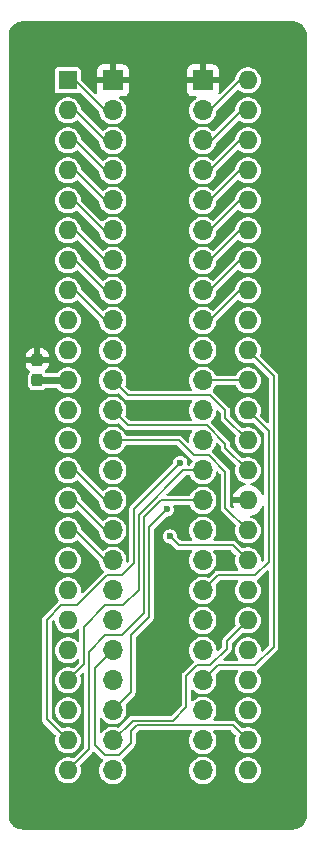
<source format=gbr>
G04 #@! TF.GenerationSoftware,KiCad,Pcbnew,7.0.11+dfsg-1build4*
G04 #@! TF.CreationDate,2024-11-28T15:17:37+09:00*
G04 #@! TF.ProjectId,bionic-z8800,62696f6e-6963-42d7-9a38-3830302e6b69,5*
G04 #@! TF.SameCoordinates,Original*
G04 #@! TF.FileFunction,Copper,L2,Bot*
G04 #@! TF.FilePolarity,Positive*
%FSLAX46Y46*%
G04 Gerber Fmt 4.6, Leading zero omitted, Abs format (unit mm)*
G04 Created by KiCad (PCBNEW 7.0.11+dfsg-1build4) date 2024-11-28 15:17:37*
%MOMM*%
%LPD*%
G01*
G04 APERTURE LIST*
G04 Aperture macros list*
%AMRoundRect*
0 Rectangle with rounded corners*
0 $1 Rounding radius*
0 $2 $3 $4 $5 $6 $7 $8 $9 X,Y pos of 4 corners*
0 Add a 4 corners polygon primitive as box body*
4,1,4,$2,$3,$4,$5,$6,$7,$8,$9,$2,$3,0*
0 Add four circle primitives for the rounded corners*
1,1,$1+$1,$2,$3*
1,1,$1+$1,$4,$5*
1,1,$1+$1,$6,$7*
1,1,$1+$1,$8,$9*
0 Add four rect primitives between the rounded corners*
20,1,$1+$1,$2,$3,$4,$5,0*
20,1,$1+$1,$4,$5,$6,$7,0*
20,1,$1+$1,$6,$7,$8,$9,0*
20,1,$1+$1,$8,$9,$2,$3,0*%
G04 Aperture macros list end*
G04 #@! TA.AperFunction,ComponentPad*
%ADD10R,1.600000X1.600000*%
G04 #@! TD*
G04 #@! TA.AperFunction,ComponentPad*
%ADD11O,1.600000X1.600000*%
G04 #@! TD*
G04 #@! TA.AperFunction,ComponentPad*
%ADD12R,1.700000X1.700000*%
G04 #@! TD*
G04 #@! TA.AperFunction,ComponentPad*
%ADD13O,1.700000X1.700000*%
G04 #@! TD*
G04 #@! TA.AperFunction,SMDPad,CuDef*
%ADD14RoundRect,0.237500X0.237500X-0.300000X0.237500X0.300000X-0.237500X0.300000X-0.237500X-0.300000X0*%
G04 #@! TD*
G04 #@! TA.AperFunction,ViaPad*
%ADD15C,0.600000*%
G04 #@! TD*
G04 #@! TA.AperFunction,Conductor*
%ADD16C,0.200000*%
G04 #@! TD*
G04 #@! TA.AperFunction,Conductor*
%ADD17C,0.600000*%
G04 #@! TD*
G04 #@! TA.AperFunction,Conductor*
%ADD18C,0.800000*%
G04 #@! TD*
G04 APERTURE END LIST*
D10*
X106080000Y-75080000D03*
D11*
X106080000Y-77620000D03*
X106080000Y-80160000D03*
X106080000Y-82700000D03*
X106080000Y-85240000D03*
X106080000Y-87780000D03*
X106080000Y-90320000D03*
X106080000Y-92860000D03*
X106080000Y-95400000D03*
X106080000Y-97940000D03*
X106080000Y-100480000D03*
X106080000Y-103020000D03*
X106080000Y-105560000D03*
X106080000Y-108100000D03*
X106080000Y-110640000D03*
X106080000Y-113180000D03*
X106080000Y-115720000D03*
X106080000Y-118260000D03*
X106080000Y-120800000D03*
X106080000Y-123340000D03*
X106080000Y-125880000D03*
X106080000Y-128420000D03*
X106080000Y-130960000D03*
X106080000Y-133500000D03*
X121320000Y-133500000D03*
X121320000Y-130960000D03*
X121320000Y-128420000D03*
X121320000Y-125880000D03*
X121320000Y-123340000D03*
X121320000Y-120800000D03*
X121320000Y-118260000D03*
X121320000Y-115720000D03*
X121320000Y-113180000D03*
X121320000Y-110640000D03*
X121320000Y-108100000D03*
X121320000Y-105560000D03*
X121320000Y-103020000D03*
X121320000Y-100480000D03*
X121320000Y-97940000D03*
X121320000Y-95400000D03*
X121320000Y-92860000D03*
X121320000Y-90320000D03*
X121320000Y-87780000D03*
X121320000Y-85240000D03*
X121320000Y-82700000D03*
X121320000Y-80160000D03*
X121320000Y-77620000D03*
X121320000Y-75080000D03*
D12*
X109890000Y-75080000D03*
D13*
X109890000Y-77620000D03*
X109890000Y-80160000D03*
X109890000Y-82700000D03*
X109890000Y-85240000D03*
X109890000Y-87780000D03*
X109890000Y-90320000D03*
X109890000Y-92860000D03*
X109890000Y-95400000D03*
X109890000Y-97940000D03*
X109890000Y-100480000D03*
X109890000Y-103020000D03*
X109890000Y-105560000D03*
X109890000Y-108100000D03*
X109890000Y-110640000D03*
X109890000Y-113180000D03*
X109890000Y-115720000D03*
X109890000Y-118260000D03*
X109890000Y-120800000D03*
X109890000Y-123340000D03*
X109890000Y-125880000D03*
X109890000Y-128420000D03*
X109890000Y-130960000D03*
X109890000Y-133500000D03*
D14*
X103489200Y-100478900D03*
X103489200Y-98753900D03*
D13*
X117510000Y-133500000D03*
X117510000Y-130960000D03*
X117510000Y-128420000D03*
X117510000Y-125880000D03*
X117510000Y-123340000D03*
X117510000Y-120800000D03*
X117510000Y-118260000D03*
X117510000Y-115720000D03*
X117510000Y-113180000D03*
X117510000Y-110640000D03*
X117510000Y-108100000D03*
X117510000Y-105560000D03*
X117510000Y-103020000D03*
X117510000Y-100480000D03*
X117510000Y-97940000D03*
X117510000Y-95400000D03*
X117510000Y-92860000D03*
X117510000Y-90320000D03*
X117510000Y-87780000D03*
X117510000Y-85240000D03*
X117510000Y-82700000D03*
X117510000Y-80160000D03*
X117510000Y-77620000D03*
D12*
X117510000Y-75080000D03*
D15*
X103540000Y-96924000D03*
X114970000Y-119530000D03*
X113700000Y-130960000D03*
X124495000Y-110640000D03*
X114716000Y-113688000D03*
X114462000Y-111402000D03*
X115605000Y-107465000D03*
D16*
X109890000Y-128420000D02*
X111414000Y-126896000D01*
X112957000Y-112907000D02*
X114462000Y-111402000D01*
X111414000Y-126896000D02*
X111414000Y-122070000D01*
X112957000Y-120527000D02*
X112957000Y-112907000D01*
X111414000Y-122070000D02*
X112957000Y-120527000D01*
X117510000Y-110640000D02*
X113954000Y-110640000D01*
X112557000Y-112037000D02*
X112557000Y-120165000D01*
X109255000Y-122070000D02*
X107858000Y-123467000D01*
X113954000Y-110640000D02*
X112557000Y-112037000D01*
X112557000Y-120165000D02*
X110652000Y-122070000D01*
X110652000Y-122070000D02*
X109255000Y-122070000D01*
X107858000Y-131722000D02*
X106080000Y-133500000D01*
X107858000Y-123467000D02*
X107858000Y-131722000D01*
X121320000Y-120800000D02*
X119542000Y-122578000D01*
X116113000Y-128166000D02*
X114989000Y-129290000D01*
X119542000Y-122578000D02*
X119542000Y-123213000D01*
X119542000Y-123213000D02*
X118145000Y-124610000D01*
X117002000Y-124610000D02*
X116113000Y-125499000D01*
X118145000Y-124610000D02*
X117002000Y-124610000D01*
X116113000Y-125499000D02*
X116113000Y-128166000D01*
X114989000Y-129290000D02*
X111560000Y-129290000D01*
X111560000Y-129290000D02*
X109890000Y-130960000D01*
X115605000Y-107465000D02*
X111668000Y-111402000D01*
X111668000Y-111402000D02*
X111668000Y-115974000D01*
X111668000Y-115974000D02*
X110652000Y-116990000D01*
X110652000Y-116990000D02*
X109382000Y-116990000D01*
X109382000Y-116990000D02*
X106842000Y-119530000D01*
X106842000Y-119530000D02*
X105508500Y-119530000D01*
X105508500Y-119530000D02*
X104302000Y-120736500D01*
X104302000Y-120736500D02*
X104302000Y-129182000D01*
X104302000Y-129182000D02*
X106080000Y-130960000D01*
X117510000Y-125880000D02*
X118780000Y-124610000D01*
X118780000Y-124610000D02*
X121955000Y-124610000D01*
X121955000Y-124610000D02*
X123498000Y-123067000D01*
X123498000Y-123067000D02*
X123498000Y-100118000D01*
X123498000Y-100118000D02*
X121320000Y-97940000D01*
X121320000Y-103020000D02*
X123098000Y-104798000D01*
X123098000Y-104798000D02*
X123098000Y-115847000D01*
X123098000Y-115847000D02*
X121955000Y-116990000D01*
X121955000Y-116990000D02*
X118780000Y-116990000D01*
X118780000Y-116990000D02*
X117510000Y-118260000D01*
D17*
X103489200Y-100478900D02*
X106078900Y-100478900D01*
D18*
X106078900Y-100478900D02*
X106080000Y-100480000D01*
D16*
X109255000Y-77620000D02*
X106715000Y-75080000D01*
X106715000Y-75080000D02*
X106080000Y-75080000D01*
X109890000Y-77620000D02*
X109255000Y-77620000D01*
X106715000Y-77620000D02*
X106080000Y-77620000D01*
X109255000Y-80160000D02*
X106715000Y-77620000D01*
X109890000Y-80160000D02*
X109255000Y-80160000D01*
X109255000Y-82700000D02*
X106715000Y-80160000D01*
X106715000Y-80160000D02*
X106080000Y-80160000D01*
X109890000Y-82700000D02*
X109255000Y-82700000D01*
X106715000Y-82700000D02*
X106080000Y-82700000D01*
X109890000Y-85240000D02*
X109255000Y-85240000D01*
X109255000Y-85240000D02*
X106715000Y-82700000D01*
X109890000Y-87780000D02*
X109128000Y-87780000D01*
X109128000Y-87780000D02*
X106588000Y-85240000D01*
X106588000Y-85240000D02*
X106080000Y-85240000D01*
X106715000Y-87780000D02*
X106080000Y-87780000D01*
X109890000Y-90320000D02*
X109255000Y-90320000D01*
X109255000Y-90320000D02*
X106715000Y-87780000D01*
X106715000Y-90320000D02*
X106080000Y-90320000D01*
X109890000Y-92860000D02*
X109255000Y-92860000D01*
X109255000Y-92860000D02*
X106715000Y-90320000D01*
X106715000Y-92860000D02*
X106080000Y-92860000D01*
X109255000Y-95400000D02*
X106715000Y-92860000D01*
X109890000Y-95400000D02*
X109255000Y-95400000D01*
X118145000Y-101750000D02*
X119415000Y-103020000D01*
X109890000Y-100480000D02*
X111160000Y-101750000D01*
X119415000Y-103020000D02*
X119415000Y-103655000D01*
X119415000Y-103655000D02*
X121320000Y-105560000D01*
X111160000Y-101750000D02*
X118145000Y-101750000D01*
X111160000Y-104290000D02*
X117866346Y-104290000D01*
X119415000Y-106195000D02*
X121320000Y-108100000D01*
X119415000Y-105838654D02*
X119415000Y-106195000D01*
X117866346Y-104290000D02*
X119415000Y-105838654D01*
X109890000Y-103020000D02*
X111160000Y-104290000D01*
X119415000Y-108227000D02*
X119415000Y-111275000D01*
X116748000Y-106830000D02*
X118018000Y-106830000D01*
X109890000Y-105560000D02*
X115478000Y-105560000D01*
X119415000Y-111275000D02*
X121320000Y-113180000D01*
X118018000Y-106830000D02*
X119415000Y-108227000D01*
X115478000Y-105560000D02*
X116748000Y-106830000D01*
X114716000Y-113688000D02*
X115478000Y-114450000D01*
X115478000Y-114450000D02*
X120050000Y-114450000D01*
X120050000Y-114450000D02*
X121320000Y-115720000D01*
X106715000Y-108100000D02*
X106080000Y-108100000D01*
X109255000Y-110640000D02*
X106715000Y-108100000D01*
X109890000Y-110640000D02*
X109255000Y-110640000D01*
X106715000Y-110640000D02*
X106080000Y-110640000D01*
X109255000Y-113180000D02*
X106715000Y-110640000D01*
X109890000Y-113180000D02*
X109255000Y-113180000D01*
X106715000Y-113180000D02*
X106080000Y-113180000D01*
X109890000Y-115720000D02*
X109255000Y-115720000D01*
X109255000Y-115720000D02*
X106715000Y-113180000D01*
X121320000Y-130960000D02*
X120050000Y-129690000D01*
X111414000Y-131214000D02*
X110398000Y-132230000D01*
X120050000Y-129690000D02*
X111922000Y-129690000D01*
X111922000Y-129690000D02*
X111414000Y-130198000D01*
X109255000Y-132230000D02*
X108366000Y-131341000D01*
X111414000Y-130198000D02*
X111414000Y-131214000D01*
X108366000Y-124864000D02*
X109890000Y-123340000D01*
X110398000Y-132230000D02*
X109255000Y-132230000D01*
X108366000Y-131341000D02*
X108366000Y-124864000D01*
X109255000Y-119530000D02*
X107458000Y-121327000D01*
X107458000Y-124502000D02*
X106080000Y-125880000D01*
X115859000Y-108100000D02*
X112068000Y-111891000D01*
X112068000Y-111891000D02*
X112068000Y-118241000D01*
X117510000Y-108100000D02*
X115859000Y-108100000D01*
X112068000Y-118241000D02*
X110779000Y-119530000D01*
X110779000Y-119530000D02*
X109255000Y-119530000D01*
X107458000Y-121327000D02*
X107458000Y-124502000D01*
X117510000Y-100480000D02*
X121320000Y-100480000D01*
X118145000Y-95400000D02*
X120685000Y-92860000D01*
X120685000Y-92860000D02*
X121320000Y-92860000D01*
X117510000Y-95400000D02*
X118145000Y-95400000D01*
X120685000Y-90320000D02*
X121320000Y-90320000D01*
X117510000Y-92860000D02*
X118145000Y-92860000D01*
X118145000Y-92860000D02*
X120685000Y-90320000D01*
X117510000Y-90320000D02*
X118145000Y-90320000D01*
X118145000Y-90320000D02*
X120685000Y-87780000D01*
X120685000Y-87780000D02*
X121320000Y-87780000D01*
X117510000Y-87780000D02*
X118145000Y-87780000D01*
X120685000Y-85240000D02*
X121320000Y-85240000D01*
X118145000Y-87780000D02*
X120685000Y-85240000D01*
X120685000Y-82700000D02*
X121320000Y-82700000D01*
X118145000Y-85240000D02*
X120685000Y-82700000D01*
X117510000Y-85240000D02*
X118145000Y-85240000D01*
X117510000Y-82700000D02*
X118145000Y-82700000D01*
X118145000Y-82700000D02*
X120685000Y-80160000D01*
X120685000Y-80160000D02*
X121320000Y-80160000D01*
X117510000Y-80160000D02*
X118272000Y-80160000D01*
X120812000Y-77620000D02*
X121320000Y-77620000D01*
X118272000Y-80160000D02*
X120812000Y-77620000D01*
X117510000Y-77620000D02*
X118145000Y-77620000D01*
X118145000Y-77620000D02*
X120685000Y-75080000D01*
X120685000Y-75080000D02*
X121320000Y-75080000D01*
G04 #@! TA.AperFunction,Conductor*
G36*
X118788461Y-108176780D02*
G01*
X118819311Y-108197703D01*
X118985505Y-108363897D01*
X119013281Y-108418412D01*
X119014500Y-108433899D01*
X119014500Y-111338437D01*
X119021953Y-111361374D01*
X119025579Y-111376474D01*
X119029354Y-111400306D01*
X119038218Y-111417701D01*
X119038575Y-111418402D01*
X119040301Y-111421788D01*
X119046247Y-111436142D01*
X119053703Y-111459088D01*
X119053702Y-111459088D01*
X119067884Y-111478608D01*
X119075997Y-111491847D01*
X119086950Y-111513342D01*
X119086951Y-111513343D01*
X119107030Y-111533423D01*
X119107031Y-111533423D01*
X119109513Y-111535905D01*
X119109516Y-111535909D01*
X119690581Y-112116974D01*
X120262663Y-112689056D01*
X120290440Y-112743573D01*
X120287880Y-112786152D01*
X120233603Y-112976915D01*
X120227317Y-113044757D01*
X120214785Y-113180000D01*
X120233603Y-113383083D01*
X120289418Y-113579250D01*
X120380327Y-113761821D01*
X120503236Y-113924579D01*
X120653959Y-114061981D01*
X120827363Y-114169348D01*
X121017544Y-114243024D01*
X121218024Y-114280500D01*
X121421976Y-114280500D01*
X121622456Y-114243024D01*
X121812637Y-114169348D01*
X121986041Y-114061981D01*
X122136764Y-113924579D01*
X122259673Y-113761821D01*
X122350582Y-113579250D01*
X122406397Y-113383083D01*
X122425215Y-113180000D01*
X122406397Y-112976917D01*
X122350582Y-112780750D01*
X122259673Y-112598179D01*
X122136764Y-112435421D01*
X121986041Y-112298019D01*
X121812637Y-112190652D01*
X121644666Y-112125580D01*
X121622454Y-112116975D01*
X121584582Y-112109896D01*
X121530857Y-112080618D01*
X121504601Y-112025352D01*
X121515844Y-111965209D01*
X121560292Y-111923160D01*
X121577151Y-111916955D01*
X121766324Y-111866266D01*
X121972481Y-111770134D01*
X122158811Y-111639665D01*
X122319665Y-111478811D01*
X122450134Y-111292481D01*
X122508775Y-111166726D01*
X122550504Y-111121978D01*
X122610565Y-111110303D01*
X122666018Y-111136161D01*
X122695681Y-111189675D01*
X122697500Y-111208565D01*
X122697500Y-115640099D01*
X122678593Y-115698290D01*
X122668503Y-115710103D01*
X122594129Y-115784476D01*
X122539612Y-115812253D01*
X122479180Y-115802681D01*
X122435916Y-115759416D01*
X122425548Y-115723606D01*
X122425214Y-115720006D01*
X122425215Y-115720000D01*
X122406397Y-115516917D01*
X122350582Y-115320750D01*
X122259673Y-115138179D01*
X122136764Y-114975421D01*
X121986041Y-114838019D01*
X121812637Y-114730652D01*
X121622456Y-114656976D01*
X121622455Y-114656975D01*
X121622453Y-114656975D01*
X121421976Y-114619500D01*
X121218024Y-114619500D01*
X121017544Y-114656975D01*
X120937739Y-114687892D01*
X120876648Y-114691282D01*
X120831973Y-114665581D01*
X120735892Y-114569500D01*
X120310909Y-114144516D01*
X120310905Y-114144513D01*
X120308423Y-114142031D01*
X120308423Y-114142030D01*
X120288343Y-114121951D01*
X120288342Y-114121950D01*
X120266847Y-114110997D01*
X120253608Y-114102884D01*
X120247581Y-114098505D01*
X120234090Y-114088704D01*
X120234088Y-114088703D01*
X120211142Y-114081247D01*
X120196788Y-114075301D01*
X120175306Y-114064354D01*
X120151474Y-114060579D01*
X120136374Y-114056953D01*
X120113437Y-114049500D01*
X120113433Y-114049500D01*
X120081519Y-114049500D01*
X118493901Y-114049500D01*
X118435710Y-114030593D01*
X118399746Y-113981093D01*
X118399746Y-113919907D01*
X118414897Y-113890839D01*
X118449690Y-113844766D01*
X118492366Y-113788255D01*
X118587405Y-113597389D01*
X118645756Y-113392310D01*
X118665429Y-113180000D01*
X118645756Y-112967690D01*
X118587405Y-112762611D01*
X118492366Y-112571745D01*
X118363872Y-112401593D01*
X118286962Y-112331480D01*
X118206307Y-112257952D01*
X118206300Y-112257946D01*
X118025024Y-112145705D01*
X118025019Y-112145702D01*
X117932592Y-112109896D01*
X117826198Y-112068679D01*
X117826197Y-112068678D01*
X117826195Y-112068678D01*
X117616610Y-112029500D01*
X117403390Y-112029500D01*
X117193804Y-112068678D01*
X116994980Y-112145702D01*
X116994975Y-112145705D01*
X116813699Y-112257946D01*
X116813692Y-112257952D01*
X116656135Y-112401586D01*
X116656131Y-112401589D01*
X116656128Y-112401593D01*
X116656125Y-112401597D01*
X116527635Y-112571743D01*
X116527630Y-112571752D01*
X116432596Y-112762608D01*
X116374244Y-112967688D01*
X116354571Y-113180000D01*
X116373581Y-113385161D01*
X116374244Y-113392310D01*
X116432595Y-113597389D01*
X116527634Y-113788255D01*
X116570306Y-113844762D01*
X116605103Y-113890839D01*
X116625082Y-113948670D01*
X116607253Y-114007201D01*
X116558427Y-114044073D01*
X116526099Y-114049500D01*
X115684901Y-114049500D01*
X115626710Y-114030593D01*
X115614897Y-114020504D01*
X115350678Y-113756285D01*
X115322901Y-113701768D01*
X115322018Y-113690554D01*
X115301044Y-113531241D01*
X115301044Y-113531238D01*
X115301042Y-113531233D01*
X115240537Y-113385161D01*
X115240537Y-113385160D01*
X115144286Y-113259723D01*
X115144285Y-113259722D01*
X115144282Y-113259718D01*
X115144277Y-113259714D01*
X115144276Y-113259713D01*
X115018838Y-113163462D01*
X114872766Y-113102957D01*
X114872758Y-113102955D01*
X114716001Y-113082318D01*
X114715999Y-113082318D01*
X114559241Y-113102955D01*
X114559233Y-113102957D01*
X114413161Y-113163462D01*
X114413160Y-113163462D01*
X114287723Y-113259713D01*
X114287713Y-113259723D01*
X114191462Y-113385160D01*
X114191462Y-113385161D01*
X114130957Y-113531233D01*
X114130955Y-113531241D01*
X114110318Y-113687999D01*
X114110318Y-113688000D01*
X114130955Y-113844758D01*
X114130957Y-113844766D01*
X114191462Y-113990838D01*
X114191462Y-113990839D01*
X114277437Y-114102884D01*
X114287718Y-114116282D01*
X114413159Y-114212536D01*
X114413160Y-114212536D01*
X114413161Y-114212537D01*
X114486763Y-114243024D01*
X114559238Y-114273044D01*
X114716000Y-114293682D01*
X114722433Y-114294529D01*
X114722205Y-114296256D01*
X114772472Y-114312589D01*
X114784284Y-114322678D01*
X115217092Y-114755485D01*
X115239656Y-114778048D01*
X115239658Y-114778050D01*
X115261145Y-114788998D01*
X115274386Y-114797112D01*
X115293908Y-114811294D01*
X115293909Y-114811294D01*
X115293911Y-114811296D01*
X115316861Y-114818752D01*
X115331201Y-114824693D01*
X115352696Y-114835646D01*
X115376534Y-114839421D01*
X115391611Y-114843041D01*
X115414567Y-114850500D01*
X115446481Y-114850500D01*
X116526099Y-114850500D01*
X116584290Y-114869407D01*
X116620254Y-114918907D01*
X116620254Y-114980093D01*
X116605103Y-115009161D01*
X116527635Y-115111743D01*
X116527630Y-115111752D01*
X116432596Y-115302608D01*
X116374244Y-115507688D01*
X116354571Y-115720000D01*
X116374244Y-115932311D01*
X116397449Y-116013867D01*
X116432595Y-116137389D01*
X116527634Y-116328255D01*
X116656128Y-116498407D01*
X116656135Y-116498413D01*
X116813692Y-116642047D01*
X116813699Y-116642053D01*
X116861762Y-116671812D01*
X116994981Y-116754298D01*
X117193802Y-116831321D01*
X117403390Y-116870500D01*
X117616610Y-116870500D01*
X117826198Y-116831321D01*
X118025019Y-116754298D01*
X118206302Y-116642052D01*
X118363872Y-116498407D01*
X118492366Y-116328255D01*
X118587405Y-116137389D01*
X118645756Y-115932310D01*
X118665429Y-115720000D01*
X118645756Y-115507690D01*
X118587405Y-115302611D01*
X118492366Y-115111745D01*
X118414896Y-115009159D01*
X118394918Y-114951330D01*
X118412747Y-114892799D01*
X118461573Y-114855927D01*
X118493901Y-114850500D01*
X119843099Y-114850500D01*
X119901290Y-114869407D01*
X119913103Y-114879496D01*
X120262663Y-115229056D01*
X120290440Y-115283573D01*
X120287880Y-115326152D01*
X120233603Y-115516915D01*
X120233603Y-115516917D01*
X120214785Y-115720000D01*
X120233603Y-115923083D01*
X120289418Y-116119250D01*
X120380327Y-116301821D01*
X120477759Y-116430842D01*
X120497737Y-116488670D01*
X120479908Y-116547201D01*
X120431082Y-116584073D01*
X120398754Y-116589500D01*
X118744403Y-116589500D01*
X118744379Y-116589501D01*
X118716563Y-116589501D01*
X118693626Y-116596954D01*
X118678524Y-116600580D01*
X118654693Y-116604354D01*
X118633198Y-116615306D01*
X118618853Y-116621248D01*
X118595911Y-116628703D01*
X118576393Y-116642884D01*
X118563150Y-116650999D01*
X118541658Y-116661950D01*
X118541656Y-116661951D01*
X118519089Y-116684518D01*
X118036673Y-117166932D01*
X117982157Y-117194709D01*
X117930908Y-117189243D01*
X117826197Y-117148678D01*
X117616610Y-117109500D01*
X117403390Y-117109500D01*
X117193804Y-117148678D01*
X116994980Y-117225702D01*
X116994975Y-117225705D01*
X116813699Y-117337946D01*
X116813692Y-117337952D01*
X116656135Y-117481586D01*
X116656131Y-117481589D01*
X116656128Y-117481593D01*
X116656125Y-117481597D01*
X116527635Y-117651743D01*
X116527630Y-117651752D01*
X116432596Y-117842608D01*
X116374244Y-118047688D01*
X116374244Y-118047690D01*
X116354571Y-118260000D01*
X116374244Y-118472310D01*
X116432595Y-118677389D01*
X116527634Y-118868255D01*
X116656128Y-119038407D01*
X116659850Y-119041800D01*
X116813692Y-119182047D01*
X116813699Y-119182053D01*
X116917389Y-119246255D01*
X116994981Y-119294298D01*
X117193802Y-119371321D01*
X117403390Y-119410500D01*
X117616610Y-119410500D01*
X117826198Y-119371321D01*
X118025019Y-119294298D01*
X118206302Y-119182052D01*
X118363872Y-119038407D01*
X118492366Y-118868255D01*
X118587405Y-118677389D01*
X118645756Y-118472310D01*
X118665429Y-118260000D01*
X118645756Y-118047690D01*
X118587405Y-117842611D01*
X118587401Y-117842604D01*
X118585752Y-117838344D01*
X118587132Y-117837809D01*
X118579019Y-117783364D01*
X118606651Y-117729741D01*
X118916897Y-117419496D01*
X118971413Y-117391719D01*
X118986900Y-117390500D01*
X120398754Y-117390500D01*
X120456945Y-117409407D01*
X120492909Y-117458907D01*
X120492909Y-117520093D01*
X120477760Y-117549155D01*
X120408783Y-117640496D01*
X120380328Y-117678177D01*
X120380323Y-117678186D01*
X120298450Y-117842611D01*
X120289418Y-117860750D01*
X120233603Y-118056917D01*
X120214785Y-118260000D01*
X120233603Y-118463083D01*
X120289418Y-118659250D01*
X120380327Y-118841821D01*
X120503236Y-119004579D01*
X120653959Y-119141981D01*
X120827363Y-119249348D01*
X121017544Y-119323024D01*
X121218024Y-119360500D01*
X121421976Y-119360500D01*
X121622456Y-119323024D01*
X121812637Y-119249348D01*
X121986041Y-119141981D01*
X122136764Y-119004579D01*
X122259673Y-118841821D01*
X122350582Y-118659250D01*
X122406397Y-118463083D01*
X122425215Y-118260000D01*
X122406397Y-118056917D01*
X122350582Y-117860750D01*
X122259673Y-117678179D01*
X122136764Y-117515421D01*
X122127385Y-117506871D01*
X122097121Y-117453699D01*
X122103890Y-117392889D01*
X122135893Y-117353617D01*
X122139085Y-117351297D01*
X122139090Y-117351296D01*
X122158613Y-117337110D01*
X122171849Y-117329000D01*
X122193342Y-117318050D01*
X122210261Y-117301129D01*
X122210267Y-117301125D01*
X122215907Y-117295485D01*
X122215909Y-117295484D01*
X122928496Y-116582895D01*
X122983013Y-116555119D01*
X123043445Y-116564690D01*
X123086710Y-116607955D01*
X123097500Y-116652900D01*
X123097500Y-122860098D01*
X123078593Y-122918289D01*
X123068503Y-122930102D01*
X122594129Y-123404475D01*
X122539613Y-123432252D01*
X122479181Y-123422681D01*
X122435916Y-123379416D01*
X122425548Y-123343605D01*
X122425214Y-123340005D01*
X122425215Y-123340000D01*
X122406397Y-123136917D01*
X122350582Y-122940750D01*
X122259673Y-122758179D01*
X122136764Y-122595421D01*
X121986041Y-122458019D01*
X121812637Y-122350652D01*
X121622456Y-122276976D01*
X121622455Y-122276975D01*
X121622453Y-122276975D01*
X121421976Y-122239500D01*
X121218024Y-122239500D01*
X121017546Y-122276975D01*
X120947632Y-122304059D01*
X120827363Y-122350652D01*
X120697270Y-122431202D01*
X120653959Y-122458019D01*
X120503237Y-122595420D01*
X120380328Y-122758177D01*
X120380323Y-122758186D01*
X120298450Y-122922611D01*
X120289418Y-122940750D01*
X120233603Y-123136917D01*
X120214785Y-123340000D01*
X120233603Y-123543083D01*
X120289418Y-123739250D01*
X120380327Y-123921821D01*
X120477759Y-124050842D01*
X120497737Y-124108670D01*
X120479908Y-124167201D01*
X120431082Y-124204073D01*
X120398754Y-124209500D01*
X119350901Y-124209500D01*
X119292710Y-124190593D01*
X119256746Y-124141093D01*
X119256746Y-124079907D01*
X119280897Y-124040496D01*
X119847483Y-123473909D01*
X119870050Y-123451342D01*
X119881002Y-123429843D01*
X119889115Y-123416605D01*
X119903296Y-123397090D01*
X119910751Y-123374144D01*
X119916695Y-123359795D01*
X119917345Y-123358519D01*
X119927646Y-123338304D01*
X119931419Y-123314473D01*
X119935048Y-123299364D01*
X119942498Y-123276435D01*
X119942499Y-123276434D01*
X119942499Y-123248621D01*
X119942500Y-123248596D01*
X119942500Y-122784900D01*
X119961407Y-122726709D01*
X119971490Y-122714902D01*
X120831975Y-121854416D01*
X120886490Y-121826641D01*
X120937735Y-121832106D01*
X121017544Y-121863024D01*
X121218024Y-121900500D01*
X121421976Y-121900500D01*
X121622456Y-121863024D01*
X121812637Y-121789348D01*
X121986041Y-121681981D01*
X122136764Y-121544579D01*
X122259673Y-121381821D01*
X122350582Y-121199250D01*
X122406397Y-121003083D01*
X122425215Y-120800000D01*
X122406397Y-120596917D01*
X122350582Y-120400750D01*
X122259673Y-120218179D01*
X122136764Y-120055421D01*
X121986041Y-119918019D01*
X121812637Y-119810652D01*
X121622456Y-119736976D01*
X121622455Y-119736975D01*
X121622453Y-119736975D01*
X121421976Y-119699500D01*
X121218024Y-119699500D01*
X121017546Y-119736975D01*
X120947632Y-119764059D01*
X120827363Y-119810652D01*
X120681192Y-119901157D01*
X120653959Y-119918019D01*
X120503237Y-120055420D01*
X120380328Y-120218177D01*
X120380323Y-120218186D01*
X120298450Y-120382611D01*
X120289418Y-120400750D01*
X120233603Y-120596917D01*
X120214785Y-120800000D01*
X120233603Y-121003083D01*
X120253140Y-121071748D01*
X120287880Y-121193845D01*
X120285619Y-121254989D01*
X120262663Y-121290942D01*
X119236516Y-122317091D01*
X119236515Y-122317092D01*
X119213950Y-122339658D01*
X119213948Y-122339660D01*
X119202997Y-122361151D01*
X119194887Y-122374385D01*
X119180706Y-122393906D01*
X119180701Y-122393915D01*
X119173249Y-122416852D01*
X119167305Y-122431202D01*
X119156355Y-122452691D01*
X119156352Y-122452701D01*
X119152577Y-122476529D01*
X119148953Y-122491624D01*
X119141501Y-122514562D01*
X119141500Y-122514569D01*
X119141500Y-123006098D01*
X119122593Y-123064289D01*
X119112503Y-123076102D01*
X118830085Y-123358519D01*
X118775569Y-123386296D01*
X118715137Y-123376725D01*
X118671872Y-123333460D01*
X118661505Y-123297652D01*
X118645756Y-123127690D01*
X118587405Y-122922611D01*
X118492366Y-122731745D01*
X118363872Y-122561593D01*
X118278993Y-122484215D01*
X118206307Y-122417952D01*
X118206300Y-122417946D01*
X118025024Y-122305705D01*
X118025019Y-122305702D01*
X117854130Y-122239500D01*
X117826198Y-122228679D01*
X117826197Y-122228678D01*
X117826195Y-122228678D01*
X117616610Y-122189500D01*
X117403390Y-122189500D01*
X117193804Y-122228678D01*
X116994980Y-122305702D01*
X116994975Y-122305705D01*
X116813699Y-122417946D01*
X116813692Y-122417952D01*
X116656135Y-122561586D01*
X116656131Y-122561589D01*
X116656128Y-122561593D01*
X116656125Y-122561597D01*
X116527635Y-122731743D01*
X116527630Y-122731752D01*
X116432596Y-122922608D01*
X116374244Y-123127688D01*
X116360461Y-123276433D01*
X116354571Y-123340000D01*
X116374244Y-123552310D01*
X116432595Y-123757389D01*
X116527634Y-123948255D01*
X116656128Y-124118407D01*
X116721308Y-124177826D01*
X116751573Y-124231001D01*
X116744802Y-124291811D01*
X116724615Y-124320991D01*
X115807516Y-125238091D01*
X115807515Y-125238092D01*
X115784950Y-125260658D01*
X115784948Y-125260660D01*
X115773997Y-125282151D01*
X115765887Y-125295385D01*
X115751706Y-125314906D01*
X115751701Y-125314915D01*
X115744249Y-125337852D01*
X115738305Y-125352202D01*
X115727355Y-125373691D01*
X115727352Y-125373701D01*
X115723577Y-125397529D01*
X115719953Y-125412624D01*
X115712501Y-125435562D01*
X115712500Y-125435569D01*
X115712500Y-127959099D01*
X115693593Y-128017290D01*
X115683504Y-128029103D01*
X114852103Y-128860504D01*
X114797586Y-128888281D01*
X114782099Y-128889500D01*
X111623433Y-128889500D01*
X111496567Y-128889500D01*
X111496566Y-128889500D01*
X111496560Y-128889501D01*
X111473624Y-128896953D01*
X111458525Y-128900578D01*
X111434701Y-128904352D01*
X111434695Y-128904354D01*
X111413196Y-128915307D01*
X111398857Y-128921246D01*
X111375914Y-128928702D01*
X111375911Y-128928704D01*
X111356392Y-128942884D01*
X111343155Y-128950996D01*
X111321658Y-128961950D01*
X111299092Y-128984515D01*
X111299084Y-128984521D01*
X110416672Y-129866932D01*
X110362156Y-129894709D01*
X110310907Y-129889243D01*
X110206198Y-129848679D01*
X110206197Y-129848678D01*
X110206195Y-129848678D01*
X109996610Y-129809500D01*
X109783390Y-129809500D01*
X109573804Y-129848678D01*
X109374980Y-129925702D01*
X109374975Y-129925705D01*
X109193699Y-130037946D01*
X109193692Y-130037952D01*
X109036135Y-130181586D01*
X109036119Y-130181603D01*
X108944503Y-130302922D01*
X108894347Y-130337965D01*
X108833172Y-130336834D01*
X108784345Y-130299961D01*
X108766500Y-130243261D01*
X108766500Y-129136738D01*
X108785407Y-129078547D01*
X108834907Y-129042583D01*
X108896093Y-129042583D01*
X108944501Y-129077075D01*
X109036128Y-129198407D01*
X109036135Y-129198413D01*
X109193692Y-129342047D01*
X109193699Y-129342053D01*
X109285430Y-129398850D01*
X109374981Y-129454298D01*
X109573802Y-129531321D01*
X109783390Y-129570500D01*
X109996610Y-129570500D01*
X110206198Y-129531321D01*
X110405019Y-129454298D01*
X110586302Y-129342052D01*
X110743872Y-129198407D01*
X110872366Y-129028255D01*
X110967405Y-128837389D01*
X111025756Y-128632310D01*
X111045429Y-128420000D01*
X111025756Y-128207690D01*
X110967405Y-128002611D01*
X110967401Y-128002604D01*
X110965752Y-127998344D01*
X110967132Y-127997809D01*
X110959019Y-127943364D01*
X110986648Y-127889743D01*
X111719483Y-127156909D01*
X111742050Y-127134342D01*
X111753002Y-127112843D01*
X111761115Y-127099605D01*
X111775296Y-127080090D01*
X111782751Y-127057144D01*
X111788695Y-127042795D01*
X111794960Y-127030500D01*
X111799646Y-127021304D01*
X111803419Y-126997473D01*
X111807048Y-126982364D01*
X111814498Y-126959435D01*
X111814499Y-126959434D01*
X111814499Y-126931621D01*
X111814500Y-126931596D01*
X111814500Y-122276900D01*
X111833407Y-122218709D01*
X111843490Y-122206902D01*
X113250393Y-120800000D01*
X116354571Y-120800000D01*
X116369969Y-120966180D01*
X116374244Y-121012310D01*
X116432595Y-121217389D01*
X116527634Y-121408255D01*
X116656128Y-121578407D01*
X116659850Y-121581800D01*
X116813692Y-121722047D01*
X116813699Y-121722053D01*
X116882281Y-121764517D01*
X116994981Y-121834298D01*
X117193802Y-121911321D01*
X117403390Y-121950500D01*
X117616610Y-121950500D01*
X117826198Y-121911321D01*
X118025019Y-121834298D01*
X118206302Y-121722052D01*
X118363872Y-121578407D01*
X118492366Y-121408255D01*
X118587405Y-121217389D01*
X118645756Y-121012310D01*
X118665429Y-120800000D01*
X118645756Y-120587690D01*
X118587405Y-120382611D01*
X118492366Y-120191745D01*
X118363872Y-120021593D01*
X118309623Y-119972139D01*
X118206307Y-119877952D01*
X118206300Y-119877946D01*
X118025024Y-119765705D01*
X118025019Y-119765702D01*
X117826195Y-119688678D01*
X117616610Y-119649500D01*
X117403390Y-119649500D01*
X117193804Y-119688678D01*
X116994980Y-119765702D01*
X116994975Y-119765705D01*
X116813699Y-119877946D01*
X116813692Y-119877952D01*
X116656135Y-120021586D01*
X116656131Y-120021589D01*
X116656128Y-120021593D01*
X116656125Y-120021597D01*
X116527635Y-120191743D01*
X116527630Y-120191752D01*
X116432596Y-120382608D01*
X116374244Y-120587688D01*
X116354571Y-120800000D01*
X113250393Y-120800000D01*
X113262484Y-120787909D01*
X113262485Y-120787907D01*
X113268127Y-120782265D01*
X113268129Y-120782261D01*
X113285050Y-120765342D01*
X113296001Y-120743847D01*
X113304111Y-120730613D01*
X113318297Y-120711089D01*
X113325750Y-120688146D01*
X113331692Y-120673800D01*
X113342646Y-120652304D01*
X113346421Y-120628467D01*
X113350045Y-120613376D01*
X113350752Y-120611201D01*
X113357500Y-120590433D01*
X113357500Y-120463567D01*
X113357500Y-113113900D01*
X113376407Y-113055709D01*
X113386496Y-113043896D01*
X114393714Y-112036678D01*
X114448231Y-112008901D01*
X114459447Y-112008018D01*
X114461999Y-112007681D01*
X114462000Y-112007682D01*
X114618762Y-111987044D01*
X114764841Y-111926536D01*
X114890282Y-111830282D01*
X114986536Y-111704841D01*
X115047044Y-111558762D01*
X115067682Y-111402000D01*
X115065388Y-111384579D01*
X115054323Y-111300529D01*
X115047044Y-111245238D01*
X115047042Y-111245232D01*
X115018939Y-111177385D01*
X115014138Y-111116388D01*
X115046108Y-111064219D01*
X115102636Y-111040805D01*
X115110403Y-111040500D01*
X116362887Y-111040500D01*
X116421078Y-111059407D01*
X116451508Y-111095372D01*
X116527634Y-111248255D01*
X116656128Y-111418407D01*
X116676214Y-111436718D01*
X116813692Y-111562047D01*
X116813699Y-111562053D01*
X116917389Y-111626255D01*
X116994981Y-111674298D01*
X117193802Y-111751321D01*
X117403390Y-111790500D01*
X117616610Y-111790500D01*
X117826198Y-111751321D01*
X118025019Y-111674298D01*
X118206302Y-111562052D01*
X118363872Y-111418407D01*
X118492366Y-111248255D01*
X118587405Y-111057389D01*
X118645756Y-110852310D01*
X118665429Y-110640000D01*
X118645756Y-110427690D01*
X118587405Y-110222611D01*
X118492366Y-110031745D01*
X118363872Y-109861593D01*
X118286962Y-109791480D01*
X118206307Y-109717952D01*
X118206300Y-109717946D01*
X118025024Y-109605705D01*
X118025019Y-109605702D01*
X117826195Y-109528678D01*
X117616610Y-109489500D01*
X117403390Y-109489500D01*
X117193804Y-109528678D01*
X116994980Y-109605702D01*
X116994975Y-109605705D01*
X116813699Y-109717946D01*
X116813692Y-109717952D01*
X116656135Y-109861586D01*
X116656131Y-109861589D01*
X116656128Y-109861593D01*
X116656125Y-109861597D01*
X116527635Y-110031743D01*
X116527630Y-110031752D01*
X116451508Y-110184628D01*
X116408646Y-110228290D01*
X116362887Y-110239500D01*
X114524901Y-110239500D01*
X114466710Y-110220593D01*
X114430746Y-110171093D01*
X114430746Y-110109907D01*
X114454897Y-110070496D01*
X115995897Y-108529496D01*
X116050414Y-108501719D01*
X116065901Y-108500500D01*
X116362887Y-108500500D01*
X116421078Y-108519407D01*
X116451508Y-108555372D01*
X116527634Y-108708255D01*
X116656128Y-108878407D01*
X116656135Y-108878413D01*
X116813692Y-109022047D01*
X116813699Y-109022053D01*
X116917389Y-109086255D01*
X116994981Y-109134298D01*
X117193802Y-109211321D01*
X117403390Y-109250500D01*
X117616610Y-109250500D01*
X117826198Y-109211321D01*
X118025019Y-109134298D01*
X118206302Y-109022052D01*
X118363872Y-108878407D01*
X118492366Y-108708255D01*
X118587405Y-108517389D01*
X118645756Y-108312310D01*
X118650735Y-108258574D01*
X118674930Y-108202379D01*
X118727537Y-108171135D01*
X118788461Y-108176780D01*
G37*
G04 #@! TD.AperFunction*
G04 #@! TA.AperFunction,Conductor*
G36*
X118780301Y-105772976D02*
G01*
X118795114Y-105785160D01*
X118985504Y-105975550D01*
X119013281Y-106030067D01*
X119014500Y-106045554D01*
X119014500Y-106258437D01*
X119021953Y-106281374D01*
X119025579Y-106296474D01*
X119029354Y-106320306D01*
X119038218Y-106337701D01*
X119038575Y-106338402D01*
X119040301Y-106341788D01*
X119046247Y-106356142D01*
X119053703Y-106379088D01*
X119053702Y-106379088D01*
X119067884Y-106398608D01*
X119075997Y-106411847D01*
X119086950Y-106433342D01*
X119086951Y-106433343D01*
X119107030Y-106453423D01*
X119107031Y-106453423D01*
X119109513Y-106455905D01*
X119109516Y-106455909D01*
X119690320Y-107036713D01*
X120262663Y-107609056D01*
X120290440Y-107663573D01*
X120287880Y-107706152D01*
X120233603Y-107896915D01*
X120227317Y-107964757D01*
X120214785Y-108100000D01*
X120233603Y-108303083D01*
X120289418Y-108499250D01*
X120380327Y-108681821D01*
X120503236Y-108844579D01*
X120653959Y-108981981D01*
X120827363Y-109089348D01*
X121017544Y-109163024D01*
X121055418Y-109170103D01*
X121109141Y-109199380D01*
X121135398Y-109254645D01*
X121124156Y-109314789D01*
X121079709Y-109356838D01*
X121062848Y-109363044D01*
X120873676Y-109413733D01*
X120667518Y-109509865D01*
X120481188Y-109640334D01*
X120320334Y-109801188D01*
X120189865Y-109987518D01*
X120093733Y-110193676D01*
X120041128Y-110390000D01*
X121004314Y-110390000D01*
X120992359Y-110401955D01*
X120934835Y-110514852D01*
X120915014Y-110640000D01*
X120934835Y-110765148D01*
X120992359Y-110878045D01*
X121004314Y-110890000D01*
X120041128Y-110890000D01*
X120093733Y-111086323D01*
X120119459Y-111141494D01*
X120126915Y-111202223D01*
X120097252Y-111255737D01*
X120041799Y-111281595D01*
X119981738Y-111269920D01*
X119959730Y-111253337D01*
X119844496Y-111138103D01*
X119816719Y-111083586D01*
X119815500Y-111068099D01*
X119815500Y-108191983D01*
X119815499Y-108191953D01*
X119815499Y-108163567D01*
X119815498Y-108163565D01*
X119808047Y-108140633D01*
X119804419Y-108125523D01*
X119800646Y-108101697D01*
X119800646Y-108101696D01*
X119789690Y-108080195D01*
X119783750Y-108065852D01*
X119776297Y-108042913D01*
X119776296Y-108042912D01*
X119776296Y-108042910D01*
X119762117Y-108023395D01*
X119754000Y-108010149D01*
X119743050Y-107988658D01*
X119743049Y-107988657D01*
X119653342Y-107898949D01*
X119653342Y-107898950D01*
X118295381Y-106540988D01*
X118267606Y-106486474D01*
X118277177Y-106426042D01*
X118298686Y-106397831D01*
X118363872Y-106338407D01*
X118492366Y-106168255D01*
X118587405Y-105977389D01*
X118629891Y-105828067D01*
X118663999Y-105777276D01*
X118721452Y-105756232D01*
X118780301Y-105772976D01*
G37*
G04 #@! TD.AperFunction*
G04 #@! TA.AperFunction,Conductor*
G36*
X125133875Y-70075805D02*
G01*
X125309097Y-70089594D01*
X125324430Y-70092023D01*
X125491550Y-70132145D01*
X125506317Y-70136943D01*
X125665104Y-70202715D01*
X125678926Y-70209758D01*
X125825469Y-70299560D01*
X125838032Y-70308688D01*
X125968717Y-70420303D01*
X125979699Y-70431285D01*
X126091311Y-70561967D01*
X126100440Y-70574532D01*
X126190238Y-70721068D01*
X126197287Y-70734902D01*
X126263054Y-70893678D01*
X126267855Y-70908453D01*
X126307975Y-71075564D01*
X126310405Y-71090907D01*
X126324195Y-71266123D01*
X126324500Y-71273891D01*
X126324500Y-137306108D01*
X126324195Y-137313876D01*
X126310405Y-137489092D01*
X126307975Y-137504435D01*
X126267855Y-137671546D01*
X126263054Y-137686321D01*
X126197287Y-137845097D01*
X126190234Y-137858939D01*
X126100442Y-138005465D01*
X126091311Y-138018032D01*
X125979699Y-138148714D01*
X125968714Y-138159699D01*
X125838032Y-138271311D01*
X125825465Y-138280442D01*
X125678939Y-138370234D01*
X125665097Y-138377287D01*
X125506321Y-138443054D01*
X125491546Y-138447855D01*
X125324435Y-138487975D01*
X125309092Y-138490405D01*
X125149743Y-138502946D01*
X125133874Y-138504195D01*
X125126108Y-138504500D01*
X102273892Y-138504500D01*
X102266125Y-138504195D01*
X102247014Y-138502691D01*
X102090907Y-138490405D01*
X102075564Y-138487975D01*
X101908453Y-138447855D01*
X101893678Y-138443054D01*
X101734902Y-138377287D01*
X101721068Y-138370238D01*
X101574532Y-138280440D01*
X101561967Y-138271311D01*
X101462706Y-138186535D01*
X101431282Y-138159696D01*
X101420303Y-138148717D01*
X101308688Y-138018032D01*
X101299560Y-138005469D01*
X101209758Y-137858926D01*
X101202715Y-137845104D01*
X101136943Y-137686317D01*
X101132144Y-137671546D01*
X101092024Y-137504435D01*
X101089594Y-137489097D01*
X101075805Y-137313875D01*
X101075500Y-137306108D01*
X101075500Y-129245437D01*
X103901500Y-129245437D01*
X103908953Y-129268374D01*
X103912579Y-129283474D01*
X103916354Y-129307306D01*
X103922233Y-129318842D01*
X103927257Y-129328703D01*
X103927301Y-129328788D01*
X103933247Y-129343142D01*
X103940703Y-129366088D01*
X103940702Y-129366088D01*
X103954884Y-129385608D01*
X103962997Y-129398847D01*
X103973950Y-129420342D01*
X103973951Y-129420343D01*
X103994030Y-129440423D01*
X103994031Y-129440423D01*
X103996513Y-129442905D01*
X103996516Y-129442909D01*
X104524259Y-129970652D01*
X105022663Y-130469056D01*
X105050440Y-130523573D01*
X105047880Y-130566152D01*
X104993603Y-130756915D01*
X104993603Y-130756917D01*
X104974785Y-130960000D01*
X104993603Y-131163083D01*
X105049418Y-131359250D01*
X105140327Y-131541821D01*
X105263236Y-131704579D01*
X105413959Y-131841981D01*
X105587363Y-131949348D01*
X105777544Y-132023024D01*
X105978024Y-132060500D01*
X106181976Y-132060500D01*
X106382456Y-132023024D01*
X106572637Y-131949348D01*
X106746041Y-131841981D01*
X106896764Y-131704579D01*
X107019673Y-131541821D01*
X107110582Y-131359250D01*
X107166397Y-131163083D01*
X107185215Y-130960000D01*
X107166397Y-130756917D01*
X107110582Y-130560750D01*
X107019673Y-130378179D01*
X106896764Y-130215421D01*
X106746041Y-130078019D01*
X106572637Y-129970652D01*
X106382456Y-129896976D01*
X106382455Y-129896975D01*
X106382453Y-129896975D01*
X106181976Y-129859500D01*
X105978024Y-129859500D01*
X105777552Y-129896974D01*
X105777546Y-129896975D01*
X105777544Y-129896976D01*
X105737352Y-129912546D01*
X105697738Y-129927892D01*
X105636647Y-129931281D01*
X105591973Y-129905580D01*
X104731496Y-129045103D01*
X104703719Y-128990586D01*
X104702500Y-128975099D01*
X104702500Y-128420000D01*
X104974785Y-128420000D01*
X104993603Y-128623083D01*
X104996228Y-128632310D01*
X105049419Y-128819252D01*
X105091793Y-128904352D01*
X105140327Y-129001821D01*
X105263236Y-129164579D01*
X105413959Y-129301981D01*
X105587363Y-129409348D01*
X105777544Y-129483024D01*
X105978024Y-129520500D01*
X106181976Y-129520500D01*
X106382456Y-129483024D01*
X106572637Y-129409348D01*
X106746041Y-129301981D01*
X106896764Y-129164579D01*
X107019673Y-129001821D01*
X107110582Y-128819250D01*
X107166397Y-128623083D01*
X107185215Y-128420000D01*
X107166397Y-128216917D01*
X107110582Y-128020750D01*
X107019673Y-127838179D01*
X106896764Y-127675421D01*
X106746041Y-127538019D01*
X106572637Y-127430652D01*
X106382456Y-127356976D01*
X106382455Y-127356975D01*
X106382453Y-127356975D01*
X106181976Y-127319500D01*
X105978024Y-127319500D01*
X105777546Y-127356975D01*
X105737353Y-127372546D01*
X105587363Y-127430652D01*
X105478678Y-127497947D01*
X105413959Y-127538019D01*
X105263237Y-127675420D01*
X105140328Y-127838177D01*
X105140323Y-127838186D01*
X105049419Y-128020747D01*
X105049418Y-128020750D01*
X104993603Y-128216917D01*
X104974785Y-128420000D01*
X104702500Y-128420000D01*
X104702500Y-120943399D01*
X104721407Y-120885208D01*
X104731484Y-120873408D01*
X104811257Y-120793635D01*
X104865771Y-120765860D01*
X104926203Y-120775431D01*
X104969468Y-120818696D01*
X104979835Y-120854504D01*
X104993603Y-121003083D01*
X105049418Y-121199250D01*
X105140327Y-121381821D01*
X105263236Y-121544579D01*
X105413959Y-121681981D01*
X105587363Y-121789348D01*
X105777544Y-121863024D01*
X105978024Y-121900500D01*
X106181976Y-121900500D01*
X106382456Y-121863024D01*
X106572637Y-121789348D01*
X106746041Y-121681981D01*
X106891807Y-121549097D01*
X106947545Y-121523869D01*
X107007471Y-121536221D01*
X107048691Y-121581438D01*
X107057500Y-121622261D01*
X107057500Y-122517738D01*
X107038593Y-122575929D01*
X106989093Y-122611893D01*
X106927907Y-122611893D01*
X106891805Y-122590901D01*
X106746041Y-122458019D01*
X106572637Y-122350652D01*
X106382456Y-122276976D01*
X106382455Y-122276975D01*
X106382453Y-122276975D01*
X106181976Y-122239500D01*
X105978024Y-122239500D01*
X105777546Y-122276975D01*
X105707632Y-122304059D01*
X105587363Y-122350652D01*
X105457270Y-122431202D01*
X105413959Y-122458019D01*
X105263237Y-122595420D01*
X105140328Y-122758177D01*
X105140323Y-122758186D01*
X105058450Y-122922611D01*
X105049418Y-122940750D01*
X104993603Y-123136917D01*
X104974785Y-123340000D01*
X104993603Y-123543083D01*
X105049418Y-123739250D01*
X105140327Y-123921821D01*
X105263236Y-124084579D01*
X105413959Y-124221981D01*
X105587363Y-124329348D01*
X105777544Y-124403024D01*
X105978024Y-124440500D01*
X106181976Y-124440500D01*
X106382456Y-124403024D01*
X106572637Y-124329348D01*
X106746041Y-124221981D01*
X106891807Y-124089097D01*
X106947545Y-124063869D01*
X107007471Y-124076221D01*
X107048691Y-124121438D01*
X107057500Y-124162261D01*
X107057500Y-124295099D01*
X107038593Y-124353290D01*
X107028503Y-124365103D01*
X106568025Y-124825580D01*
X106513509Y-124853357D01*
X106462260Y-124847891D01*
X106382456Y-124816976D01*
X106181976Y-124779500D01*
X105978024Y-124779500D01*
X105777546Y-124816975D01*
X105755334Y-124825580D01*
X105587363Y-124890652D01*
X105478676Y-124957948D01*
X105413959Y-124998019D01*
X105263237Y-125135420D01*
X105140328Y-125298177D01*
X105140323Y-125298186D01*
X105058453Y-125462605D01*
X105049418Y-125480750D01*
X104993603Y-125676917D01*
X104974785Y-125880000D01*
X104993603Y-126083083D01*
X105049418Y-126279250D01*
X105140327Y-126461821D01*
X105263236Y-126624579D01*
X105413959Y-126761981D01*
X105587363Y-126869348D01*
X105777544Y-126943024D01*
X105978024Y-126980500D01*
X106181976Y-126980500D01*
X106382456Y-126943024D01*
X106572637Y-126869348D01*
X106746041Y-126761981D01*
X106896764Y-126624579D01*
X107019673Y-126461821D01*
X107110582Y-126279250D01*
X107166397Y-126083083D01*
X107185215Y-125880000D01*
X107166397Y-125676917D01*
X107112118Y-125486148D01*
X107114379Y-125425010D01*
X107137336Y-125389056D01*
X107288497Y-125237896D01*
X107343013Y-125210119D01*
X107403445Y-125219691D01*
X107446710Y-125262955D01*
X107457500Y-125307900D01*
X107457500Y-131515098D01*
X107438593Y-131573289D01*
X107428504Y-131585102D01*
X106568025Y-132445580D01*
X106513508Y-132473357D01*
X106462259Y-132467891D01*
X106382460Y-132436977D01*
X106382447Y-132436974D01*
X106181976Y-132399500D01*
X105978024Y-132399500D01*
X105777546Y-132436975D01*
X105777541Y-132436977D01*
X105587363Y-132510652D01*
X105478676Y-132577948D01*
X105413959Y-132618019D01*
X105263237Y-132755420D01*
X105140328Y-132918177D01*
X105140323Y-132918186D01*
X105058450Y-133082611D01*
X105049418Y-133100750D01*
X104993603Y-133296917D01*
X104974785Y-133500000D01*
X104993603Y-133703083D01*
X105049418Y-133899250D01*
X105140327Y-134081821D01*
X105263236Y-134244579D01*
X105413959Y-134381981D01*
X105587363Y-134489348D01*
X105777544Y-134563024D01*
X105978024Y-134600500D01*
X106181976Y-134600500D01*
X106382456Y-134563024D01*
X106572637Y-134489348D01*
X106746041Y-134381981D01*
X106896764Y-134244579D01*
X107019673Y-134081821D01*
X107110582Y-133899250D01*
X107166397Y-133703083D01*
X107185215Y-133500000D01*
X107166397Y-133296917D01*
X107112118Y-133106148D01*
X107114379Y-133045010D01*
X107137333Y-133009058D01*
X108163484Y-131982909D01*
X108163484Y-131982908D01*
X108169127Y-131977266D01*
X108169133Y-131977257D01*
X108186050Y-131960342D01*
X108197004Y-131938841D01*
X108205109Y-131925615D01*
X108212350Y-131915648D01*
X108261847Y-131879687D01*
X108323032Y-131879686D01*
X108362444Y-131903837D01*
X108994091Y-132535484D01*
X108994094Y-132535486D01*
X108994093Y-132535486D01*
X109006795Y-132548187D01*
X109016658Y-132558050D01*
X109016721Y-132558082D01*
X109016770Y-132558131D01*
X109022962Y-132562630D01*
X109022249Y-132563610D01*
X109059985Y-132601344D01*
X109069559Y-132661776D01*
X109041783Y-132716294D01*
X109038482Y-132719446D01*
X109036131Y-132721589D01*
X109036128Y-132721592D01*
X108907640Y-132891736D01*
X108907630Y-132891752D01*
X108812596Y-133082608D01*
X108754244Y-133287688D01*
X108754244Y-133287690D01*
X108734571Y-133500000D01*
X108754244Y-133712310D01*
X108812595Y-133917389D01*
X108907634Y-134108255D01*
X109036128Y-134278407D01*
X109036135Y-134278413D01*
X109193692Y-134422047D01*
X109193699Y-134422053D01*
X109297389Y-134486255D01*
X109374981Y-134534298D01*
X109573802Y-134611321D01*
X109783390Y-134650500D01*
X109996610Y-134650500D01*
X110206198Y-134611321D01*
X110405019Y-134534298D01*
X110586302Y-134422052D01*
X110743872Y-134278407D01*
X110872366Y-134108255D01*
X110967405Y-133917389D01*
X111025756Y-133712310D01*
X111045429Y-133500000D01*
X116354571Y-133500000D01*
X116374244Y-133712310D01*
X116432595Y-133917389D01*
X116527634Y-134108255D01*
X116656128Y-134278407D01*
X116656135Y-134278413D01*
X116813692Y-134422047D01*
X116813699Y-134422053D01*
X116917389Y-134486255D01*
X116994981Y-134534298D01*
X117193802Y-134611321D01*
X117403390Y-134650500D01*
X117616610Y-134650500D01*
X117826198Y-134611321D01*
X118025019Y-134534298D01*
X118206302Y-134422052D01*
X118363872Y-134278407D01*
X118492366Y-134108255D01*
X118587405Y-133917389D01*
X118645756Y-133712310D01*
X118665429Y-133500000D01*
X120214785Y-133500000D01*
X120233603Y-133703083D01*
X120289418Y-133899250D01*
X120380327Y-134081821D01*
X120503236Y-134244579D01*
X120653959Y-134381981D01*
X120827363Y-134489348D01*
X121017544Y-134563024D01*
X121218024Y-134600500D01*
X121421976Y-134600500D01*
X121622456Y-134563024D01*
X121812637Y-134489348D01*
X121986041Y-134381981D01*
X122136764Y-134244579D01*
X122259673Y-134081821D01*
X122350582Y-133899250D01*
X122406397Y-133703083D01*
X122425215Y-133500000D01*
X122406397Y-133296917D01*
X122350582Y-133100750D01*
X122259673Y-132918179D01*
X122136764Y-132755421D01*
X121986041Y-132618019D01*
X121812637Y-132510652D01*
X121622456Y-132436976D01*
X121622455Y-132436975D01*
X121622453Y-132436975D01*
X121421976Y-132399500D01*
X121218024Y-132399500D01*
X121017546Y-132436975D01*
X121017541Y-132436977D01*
X120827363Y-132510652D01*
X120718676Y-132577948D01*
X120653959Y-132618019D01*
X120503237Y-132755420D01*
X120380328Y-132918177D01*
X120380323Y-132918186D01*
X120298450Y-133082611D01*
X120289418Y-133100750D01*
X120233603Y-133296917D01*
X120214785Y-133500000D01*
X118665429Y-133500000D01*
X118645756Y-133287690D01*
X118587405Y-133082611D01*
X118492366Y-132891745D01*
X118363872Y-132721593D01*
X118251007Y-132618702D01*
X118206307Y-132577952D01*
X118206300Y-132577946D01*
X118025024Y-132465705D01*
X118025019Y-132465702D01*
X117973078Y-132445580D01*
X117826198Y-132388679D01*
X117826197Y-132388678D01*
X117826195Y-132388678D01*
X117616610Y-132349500D01*
X117403390Y-132349500D01*
X117193804Y-132388678D01*
X116994980Y-132465702D01*
X116994975Y-132465705D01*
X116813699Y-132577946D01*
X116813692Y-132577952D01*
X116656135Y-132721586D01*
X116656131Y-132721589D01*
X116656128Y-132721593D01*
X116656125Y-132721597D01*
X116527635Y-132891743D01*
X116527630Y-132891752D01*
X116432596Y-133082608D01*
X116374244Y-133287688D01*
X116374244Y-133287690D01*
X116354571Y-133500000D01*
X111045429Y-133500000D01*
X111025756Y-133287690D01*
X110967405Y-133082611D01*
X110872366Y-132891745D01*
X110743872Y-132721593D01*
X110678691Y-132662172D01*
X110648426Y-132608996D01*
X110655197Y-132548187D01*
X110675379Y-132519013D01*
X111719484Y-131474909D01*
X111719485Y-131474906D01*
X111725127Y-131469265D01*
X111725129Y-131469261D01*
X111742050Y-131452342D01*
X111753000Y-131430849D01*
X111761111Y-131417612D01*
X111775296Y-131398090D01*
X111782748Y-131375151D01*
X111788690Y-131360802D01*
X111799646Y-131339304D01*
X111803421Y-131315465D01*
X111807043Y-131300382D01*
X111814500Y-131277433D01*
X111814500Y-131150567D01*
X111814500Y-130404900D01*
X111833407Y-130346709D01*
X111843496Y-130334896D01*
X112058896Y-130119496D01*
X112113413Y-130091719D01*
X112128900Y-130090500D01*
X116526099Y-130090500D01*
X116584290Y-130109407D01*
X116620254Y-130158907D01*
X116620254Y-130220093D01*
X116605103Y-130249161D01*
X116527635Y-130351743D01*
X116527630Y-130351752D01*
X116432596Y-130542608D01*
X116374244Y-130747688D01*
X116374244Y-130747690D01*
X116354571Y-130960000D01*
X116374244Y-131172310D01*
X116432595Y-131377389D01*
X116527634Y-131568255D01*
X116656128Y-131738407D01*
X116656135Y-131738413D01*
X116813692Y-131882047D01*
X116813699Y-131882053D01*
X116852519Y-131906089D01*
X116994981Y-131994298D01*
X117193802Y-132071321D01*
X117403390Y-132110500D01*
X117616610Y-132110500D01*
X117826198Y-132071321D01*
X118025019Y-131994298D01*
X118206302Y-131882052D01*
X118363872Y-131738407D01*
X118492366Y-131568255D01*
X118587405Y-131377389D01*
X118645756Y-131172310D01*
X118665429Y-130960000D01*
X118645756Y-130747690D01*
X118587405Y-130542611D01*
X118492366Y-130351745D01*
X118414896Y-130249159D01*
X118394918Y-130191330D01*
X118412747Y-130132799D01*
X118461573Y-130095927D01*
X118493901Y-130090500D01*
X119843099Y-130090500D01*
X119901290Y-130109407D01*
X119913103Y-130119496D01*
X120262663Y-130469056D01*
X120290440Y-130523573D01*
X120287880Y-130566152D01*
X120233603Y-130756915D01*
X120233603Y-130756917D01*
X120214785Y-130960000D01*
X120233603Y-131163083D01*
X120289418Y-131359250D01*
X120380327Y-131541821D01*
X120503236Y-131704579D01*
X120653959Y-131841981D01*
X120827363Y-131949348D01*
X121017544Y-132023024D01*
X121218024Y-132060500D01*
X121421976Y-132060500D01*
X121622456Y-132023024D01*
X121812637Y-131949348D01*
X121986041Y-131841981D01*
X122136764Y-131704579D01*
X122259673Y-131541821D01*
X122350582Y-131359250D01*
X122406397Y-131163083D01*
X122425215Y-130960000D01*
X122406397Y-130756917D01*
X122350582Y-130560750D01*
X122259673Y-130378179D01*
X122136764Y-130215421D01*
X121986041Y-130078019D01*
X121812637Y-129970652D01*
X121622456Y-129896976D01*
X121622455Y-129896975D01*
X121622453Y-129896975D01*
X121421976Y-129859500D01*
X121218024Y-129859500D01*
X121017544Y-129896975D01*
X120937739Y-129927892D01*
X120876648Y-129931282D01*
X120831973Y-129905581D01*
X120735892Y-129809500D01*
X120310909Y-129384516D01*
X120310905Y-129384513D01*
X120308423Y-129382031D01*
X120308423Y-129382030D01*
X120288343Y-129361951D01*
X120288342Y-129361950D01*
X120266847Y-129350997D01*
X120253608Y-129342884D01*
X120243772Y-129335738D01*
X120234090Y-129328704D01*
X120234088Y-129328703D01*
X120211142Y-129321247D01*
X120196788Y-129315301D01*
X120175306Y-129304354D01*
X120151474Y-129300579D01*
X120136374Y-129296953D01*
X120113437Y-129289500D01*
X120113433Y-129289500D01*
X120081519Y-129289500D01*
X118493901Y-129289500D01*
X118435710Y-129270593D01*
X118399746Y-129221093D01*
X118399746Y-129159907D01*
X118414897Y-129130839D01*
X118422707Y-129120497D01*
X118492366Y-129028255D01*
X118587405Y-128837389D01*
X118645756Y-128632310D01*
X118665429Y-128420000D01*
X120214785Y-128420000D01*
X120233603Y-128623083D01*
X120236228Y-128632310D01*
X120289419Y-128819252D01*
X120331793Y-128904352D01*
X120380327Y-129001821D01*
X120503236Y-129164579D01*
X120653959Y-129301981D01*
X120827363Y-129409348D01*
X121017544Y-129483024D01*
X121218024Y-129520500D01*
X121421976Y-129520500D01*
X121622456Y-129483024D01*
X121812637Y-129409348D01*
X121986041Y-129301981D01*
X122136764Y-129164579D01*
X122259673Y-129001821D01*
X122350582Y-128819250D01*
X122406397Y-128623083D01*
X122425215Y-128420000D01*
X122406397Y-128216917D01*
X122350582Y-128020750D01*
X122259673Y-127838179D01*
X122136764Y-127675421D01*
X121986041Y-127538019D01*
X121812637Y-127430652D01*
X121622456Y-127356976D01*
X121622455Y-127356975D01*
X121622453Y-127356975D01*
X121421976Y-127319500D01*
X121218024Y-127319500D01*
X121017546Y-127356975D01*
X120977353Y-127372546D01*
X120827363Y-127430652D01*
X120718678Y-127497947D01*
X120653959Y-127538019D01*
X120503237Y-127675420D01*
X120380328Y-127838177D01*
X120380323Y-127838186D01*
X120289419Y-128020747D01*
X120289418Y-128020750D01*
X120233603Y-128216917D01*
X120214785Y-128420000D01*
X118665429Y-128420000D01*
X118645756Y-128207690D01*
X118587405Y-128002611D01*
X118492366Y-127811745D01*
X118363872Y-127641593D01*
X118260550Y-127547402D01*
X118206307Y-127497952D01*
X118206300Y-127497946D01*
X118025024Y-127385705D01*
X118025019Y-127385702D01*
X117945016Y-127354709D01*
X117826198Y-127308679D01*
X117826197Y-127308678D01*
X117826195Y-127308678D01*
X117616610Y-127269500D01*
X117403390Y-127269500D01*
X117193804Y-127308678D01*
X116994980Y-127385702D01*
X116994975Y-127385705D01*
X116813699Y-127497946D01*
X116813698Y-127497947D01*
X116679196Y-127620564D01*
X116623455Y-127645794D01*
X116563529Y-127633442D01*
X116522309Y-127588226D01*
X116513500Y-127547402D01*
X116513500Y-126752597D01*
X116532407Y-126694406D01*
X116581907Y-126658442D01*
X116643093Y-126658442D01*
X116679194Y-126679435D01*
X116695617Y-126694406D01*
X116813692Y-126802047D01*
X116813699Y-126802053D01*
X116917389Y-126866255D01*
X116994981Y-126914298D01*
X117193802Y-126991321D01*
X117403390Y-127030500D01*
X117616610Y-127030500D01*
X117826198Y-126991321D01*
X118025019Y-126914298D01*
X118206302Y-126802052D01*
X118363872Y-126658407D01*
X118492366Y-126488255D01*
X118587405Y-126297389D01*
X118645756Y-126092310D01*
X118665429Y-125880000D01*
X118645756Y-125667690D01*
X118587405Y-125462611D01*
X118587401Y-125462604D01*
X118585752Y-125458344D01*
X118587132Y-125457809D01*
X118579019Y-125403364D01*
X118606651Y-125349741D01*
X118916897Y-125039496D01*
X118971413Y-125011719D01*
X118986900Y-125010500D01*
X120398754Y-125010500D01*
X120456945Y-125029407D01*
X120492909Y-125078907D01*
X120492909Y-125140093D01*
X120477760Y-125169155D01*
X120425703Y-125238092D01*
X120380328Y-125298177D01*
X120380323Y-125298186D01*
X120298453Y-125462605D01*
X120289418Y-125480750D01*
X120233603Y-125676917D01*
X120214785Y-125880000D01*
X120233603Y-126083083D01*
X120289418Y-126279250D01*
X120380327Y-126461821D01*
X120503236Y-126624579D01*
X120653959Y-126761981D01*
X120827363Y-126869348D01*
X121017544Y-126943024D01*
X121218024Y-126980500D01*
X121421976Y-126980500D01*
X121622456Y-126943024D01*
X121812637Y-126869348D01*
X121986041Y-126761981D01*
X122136764Y-126624579D01*
X122259673Y-126461821D01*
X122350582Y-126279250D01*
X122406397Y-126083083D01*
X122425215Y-125880000D01*
X122406397Y-125676917D01*
X122350582Y-125480750D01*
X122259673Y-125298179D01*
X122136764Y-125135421D01*
X122127385Y-125126871D01*
X122097121Y-125073699D01*
X122103890Y-125012889D01*
X122135893Y-124973617D01*
X122139085Y-124971297D01*
X122139090Y-124971296D01*
X122158613Y-124957110D01*
X122171849Y-124949000D01*
X122193342Y-124938050D01*
X122210261Y-124921129D01*
X122210265Y-124921127D01*
X122215907Y-124915485D01*
X122215909Y-124915484D01*
X123803484Y-123327909D01*
X123803485Y-123327907D01*
X123809127Y-123322265D01*
X123809129Y-123322261D01*
X123826050Y-123305342D01*
X123837001Y-123283847D01*
X123845111Y-123270613D01*
X123859297Y-123251089D01*
X123866750Y-123228146D01*
X123872692Y-123213800D01*
X123883646Y-123192304D01*
X123887421Y-123168467D01*
X123891045Y-123153376D01*
X123896004Y-123138114D01*
X123898500Y-123130433D01*
X123898500Y-123003567D01*
X123898500Y-100086481D01*
X123898500Y-100054567D01*
X123891042Y-100031613D01*
X123887418Y-100016514D01*
X123883646Y-99992699D01*
X123883646Y-99992696D01*
X123883644Y-99992693D01*
X123883644Y-99992691D01*
X123872694Y-99971201D01*
X123866748Y-99956847D01*
X123859296Y-99933910D01*
X123859293Y-99933906D01*
X123859293Y-99933905D01*
X123845119Y-99914398D01*
X123837001Y-99901152D01*
X123826050Y-99879658D01*
X123785453Y-99839061D01*
X123736342Y-99789949D01*
X123736342Y-99789950D01*
X122377336Y-98430943D01*
X122349559Y-98376426D01*
X122352118Y-98333848D01*
X122406397Y-98143083D01*
X122425215Y-97940000D01*
X122406397Y-97736917D01*
X122350582Y-97540750D01*
X122259673Y-97358179D01*
X122136764Y-97195421D01*
X121986041Y-97058019D01*
X121812637Y-96950652D01*
X121622456Y-96876976D01*
X121622455Y-96876975D01*
X121622453Y-96876975D01*
X121421976Y-96839500D01*
X121218024Y-96839500D01*
X121017546Y-96876975D01*
X120947632Y-96904059D01*
X120827363Y-96950652D01*
X120718676Y-97017948D01*
X120653959Y-97058019D01*
X120503237Y-97195420D01*
X120380328Y-97358177D01*
X120380323Y-97358186D01*
X120298450Y-97522611D01*
X120289418Y-97540750D01*
X120233603Y-97736917D01*
X120214785Y-97940000D01*
X120233603Y-98143083D01*
X120289418Y-98339250D01*
X120380327Y-98521821D01*
X120503236Y-98684579D01*
X120653959Y-98821981D01*
X120827363Y-98929348D01*
X121017544Y-99003024D01*
X121218024Y-99040500D01*
X121421976Y-99040500D01*
X121622456Y-99003024D01*
X121702259Y-98972107D01*
X121763351Y-98968718D01*
X121808026Y-98994419D01*
X123068504Y-100254896D01*
X123096281Y-100309413D01*
X123097500Y-100324900D01*
X123097500Y-103992099D01*
X123078593Y-104050290D01*
X123029093Y-104086254D01*
X122967907Y-104086254D01*
X122928496Y-104062103D01*
X122377336Y-103510943D01*
X122349559Y-103456426D01*
X122352118Y-103413848D01*
X122406397Y-103223083D01*
X122425215Y-103020000D01*
X122406397Y-102816917D01*
X122350582Y-102620750D01*
X122259673Y-102438179D01*
X122136764Y-102275421D01*
X121986041Y-102138019D01*
X121812637Y-102030652D01*
X121622456Y-101956976D01*
X121622455Y-101956975D01*
X121622453Y-101956975D01*
X121421976Y-101919500D01*
X121218024Y-101919500D01*
X121017546Y-101956975D01*
X120947632Y-101984059D01*
X120827363Y-102030652D01*
X120657792Y-102135646D01*
X120653959Y-102138019D01*
X120503237Y-102275420D01*
X120380328Y-102438177D01*
X120380323Y-102438186D01*
X120298450Y-102602611D01*
X120289418Y-102620750D01*
X120233603Y-102816917D01*
X120214785Y-103020000D01*
X120233603Y-103223083D01*
X120289418Y-103419250D01*
X120380327Y-103601821D01*
X120503236Y-103764579D01*
X120653959Y-103901981D01*
X120827363Y-104009348D01*
X121017544Y-104083024D01*
X121218024Y-104120500D01*
X121421976Y-104120500D01*
X121622456Y-104083024D01*
X121702259Y-104052107D01*
X121763351Y-104048718D01*
X121808026Y-104074419D01*
X122668504Y-104934897D01*
X122696281Y-104989414D01*
X122697500Y-105004901D01*
X122697500Y-110071434D01*
X122678593Y-110129625D01*
X122629093Y-110165589D01*
X122567907Y-110165589D01*
X122518407Y-110129625D01*
X122508776Y-110113273D01*
X122450139Y-109987527D01*
X122450135Y-109987519D01*
X122319665Y-109801188D01*
X122158811Y-109640334D01*
X121972481Y-109509865D01*
X121766323Y-109413733D01*
X121577151Y-109363044D01*
X121525836Y-109329720D01*
X121503910Y-109272598D01*
X121519746Y-109213498D01*
X121567296Y-109174992D01*
X121584568Y-109170106D01*
X121622456Y-109163024D01*
X121812637Y-109089348D01*
X121986041Y-108981981D01*
X122136764Y-108844579D01*
X122259673Y-108681821D01*
X122350582Y-108499250D01*
X122406397Y-108303083D01*
X122425215Y-108100000D01*
X122406397Y-107896917D01*
X122350582Y-107700750D01*
X122259673Y-107518179D01*
X122136764Y-107355421D01*
X121986041Y-107218019D01*
X121812637Y-107110652D01*
X121622456Y-107036976D01*
X121622455Y-107036975D01*
X121622453Y-107036975D01*
X121421976Y-106999500D01*
X121218024Y-106999500D01*
X121017552Y-107036974D01*
X121017546Y-107036975D01*
X121017544Y-107036976D01*
X120951296Y-107062639D01*
X120937738Y-107067892D01*
X120876647Y-107071281D01*
X120831973Y-107045580D01*
X119844496Y-106058103D01*
X119816719Y-106003586D01*
X119815500Y-105988099D01*
X119815500Y-105803637D01*
X119815499Y-105803607D01*
X119815499Y-105775221D01*
X119815498Y-105775219D01*
X119814769Y-105772976D01*
X119808047Y-105752287D01*
X119804419Y-105737177D01*
X119800646Y-105713350D01*
X119789690Y-105691849D01*
X119783750Y-105677506D01*
X119776297Y-105654567D01*
X119776296Y-105654566D01*
X119776296Y-105654564D01*
X119762117Y-105635049D01*
X119754000Y-105621803D01*
X119743050Y-105600312D01*
X119743049Y-105600311D01*
X119653342Y-105510603D01*
X119653342Y-105510604D01*
X118216052Y-104073313D01*
X118188275Y-104018796D01*
X118197846Y-103958364D01*
X118219357Y-103930150D01*
X118363872Y-103798407D01*
X118492366Y-103628255D01*
X118587405Y-103437389D01*
X118645756Y-103232310D01*
X118661505Y-103062345D01*
X118685700Y-103006150D01*
X118738307Y-102974906D01*
X118799231Y-102980552D01*
X118830085Y-103001478D01*
X118985503Y-103156895D01*
X119013281Y-103211412D01*
X119014500Y-103226899D01*
X119014500Y-103718437D01*
X119021953Y-103741374D01*
X119025579Y-103756474D01*
X119029354Y-103780306D01*
X119038218Y-103797701D01*
X119038575Y-103798402D01*
X119040301Y-103801788D01*
X119046247Y-103816142D01*
X119053703Y-103839088D01*
X119053702Y-103839088D01*
X119067884Y-103858608D01*
X119075997Y-103871847D01*
X119086950Y-103893342D01*
X119086951Y-103893343D01*
X119107030Y-103913423D01*
X119107031Y-103913423D01*
X119109513Y-103915905D01*
X119109516Y-103915909D01*
X119690581Y-104496974D01*
X120262663Y-105069056D01*
X120290440Y-105123573D01*
X120287880Y-105166152D01*
X120233603Y-105356915D01*
X120233603Y-105356917D01*
X120214785Y-105560000D01*
X120233603Y-105763083D01*
X120289418Y-105959250D01*
X120380327Y-106141821D01*
X120503236Y-106304579D01*
X120653959Y-106441981D01*
X120827363Y-106549348D01*
X121017544Y-106623024D01*
X121218024Y-106660500D01*
X121421976Y-106660500D01*
X121622456Y-106623024D01*
X121812637Y-106549348D01*
X121986041Y-106441981D01*
X122136764Y-106304579D01*
X122259673Y-106141821D01*
X122350582Y-105959250D01*
X122406397Y-105763083D01*
X122425215Y-105560000D01*
X122406397Y-105356917D01*
X122350582Y-105160750D01*
X122259673Y-104978179D01*
X122136764Y-104815421D01*
X121986041Y-104678019D01*
X121812637Y-104570652D01*
X121622456Y-104496976D01*
X121622455Y-104496975D01*
X121622453Y-104496975D01*
X121421976Y-104459500D01*
X121218024Y-104459500D01*
X121017552Y-104496974D01*
X121017546Y-104496975D01*
X121017544Y-104496976D01*
X120951296Y-104522639D01*
X120937738Y-104527892D01*
X120876647Y-104531281D01*
X120831973Y-104505580D01*
X119844496Y-103518103D01*
X119816719Y-103463586D01*
X119815500Y-103448099D01*
X119815500Y-102984983D01*
X119815499Y-102984953D01*
X119815499Y-102956567D01*
X119815498Y-102956565D01*
X119808047Y-102933633D01*
X119804419Y-102918523D01*
X119800646Y-102894697D01*
X119800646Y-102894696D01*
X119789690Y-102873195D01*
X119783750Y-102858852D01*
X119776297Y-102835913D01*
X119776296Y-102835912D01*
X119776296Y-102835910D01*
X119762117Y-102816395D01*
X119754000Y-102803149D01*
X119743050Y-102781658D01*
X119743049Y-102781657D01*
X119653342Y-102691949D01*
X119653342Y-102691950D01*
X118405909Y-101444516D01*
X118405905Y-101444513D01*
X118403423Y-101442031D01*
X118403423Y-101442030D01*
X118383343Y-101421951D01*
X118383337Y-101421946D01*
X118383269Y-101421912D01*
X118383214Y-101421857D01*
X118377038Y-101417370D01*
X118377749Y-101416391D01*
X118340008Y-101378644D01*
X118330441Y-101318211D01*
X118358223Y-101263697D01*
X118361475Y-101260591D01*
X118363872Y-101258407D01*
X118492366Y-101088255D01*
X118568492Y-100935372D01*
X118611354Y-100891710D01*
X118657113Y-100880500D01*
X120228742Y-100880500D01*
X120286933Y-100899407D01*
X120317362Y-100935371D01*
X120380327Y-101061821D01*
X120503236Y-101224579D01*
X120653959Y-101361981D01*
X120827363Y-101469348D01*
X121017544Y-101543024D01*
X121218024Y-101580500D01*
X121421976Y-101580500D01*
X121622456Y-101543024D01*
X121812637Y-101469348D01*
X121986041Y-101361981D01*
X122136764Y-101224579D01*
X122259673Y-101061821D01*
X122350582Y-100879250D01*
X122406397Y-100683083D01*
X122425215Y-100480000D01*
X122406397Y-100276917D01*
X122350582Y-100080750D01*
X122259673Y-99898179D01*
X122136764Y-99735421D01*
X121986041Y-99598019D01*
X121812637Y-99490652D01*
X121622456Y-99416976D01*
X121622455Y-99416975D01*
X121622453Y-99416975D01*
X121421976Y-99379500D01*
X121218024Y-99379500D01*
X121017546Y-99416975D01*
X120947632Y-99444059D01*
X120827363Y-99490652D01*
X120718676Y-99557948D01*
X120653959Y-99598019D01*
X120532819Y-99708453D01*
X120503236Y-99735421D01*
X120493661Y-99748100D01*
X120380328Y-99898177D01*
X120380323Y-99898186D01*
X120317363Y-100024628D01*
X120274500Y-100068291D01*
X120228742Y-100079500D01*
X118657113Y-100079500D01*
X118598922Y-100060593D01*
X118568492Y-100024628D01*
X118523320Y-99933910D01*
X118492366Y-99871745D01*
X118363872Y-99701593D01*
X118292298Y-99636344D01*
X118206307Y-99557952D01*
X118206300Y-99557946D01*
X118025024Y-99445705D01*
X118025019Y-99445702D01*
X117826195Y-99368678D01*
X117616610Y-99329500D01*
X117403390Y-99329500D01*
X117193804Y-99368678D01*
X116994980Y-99445702D01*
X116994975Y-99445705D01*
X116813699Y-99557946D01*
X116813692Y-99557952D01*
X116656135Y-99701586D01*
X116656131Y-99701589D01*
X116656128Y-99701593D01*
X116656125Y-99701597D01*
X116527635Y-99871743D01*
X116527630Y-99871752D01*
X116432596Y-100062608D01*
X116374244Y-100267688D01*
X116374244Y-100267690D01*
X116354571Y-100480000D01*
X116374244Y-100692310D01*
X116432595Y-100897389D01*
X116527634Y-101088255D01*
X116584005Y-101162902D01*
X116605103Y-101190839D01*
X116625082Y-101248670D01*
X116607253Y-101307201D01*
X116558427Y-101344073D01*
X116526099Y-101349500D01*
X111366899Y-101349500D01*
X111308708Y-101330593D01*
X111296895Y-101320503D01*
X110986650Y-101010257D01*
X110958873Y-100955741D01*
X110967108Y-100902181D01*
X110965752Y-100901656D01*
X110967400Y-100897398D01*
X110967405Y-100897389D01*
X111025756Y-100692310D01*
X111045429Y-100480000D01*
X111025756Y-100267690D01*
X110967405Y-100062611D01*
X110872366Y-99871745D01*
X110743872Y-99701593D01*
X110672298Y-99636344D01*
X110586307Y-99557952D01*
X110586300Y-99557946D01*
X110405024Y-99445705D01*
X110405019Y-99445702D01*
X110206195Y-99368678D01*
X109996610Y-99329500D01*
X109783390Y-99329500D01*
X109573804Y-99368678D01*
X109374980Y-99445702D01*
X109374975Y-99445705D01*
X109193699Y-99557946D01*
X109193692Y-99557952D01*
X109036135Y-99701586D01*
X109036131Y-99701589D01*
X109036128Y-99701593D01*
X109036125Y-99701597D01*
X108907635Y-99871743D01*
X108907630Y-99871752D01*
X108812596Y-100062608D01*
X108754244Y-100267688D01*
X108754244Y-100267690D01*
X108734571Y-100480000D01*
X108754244Y-100692310D01*
X108812595Y-100897389D01*
X108907634Y-101088255D01*
X109036128Y-101258407D01*
X109036135Y-101258413D01*
X109193692Y-101402047D01*
X109193699Y-101402053D01*
X109297389Y-101466255D01*
X109374981Y-101514298D01*
X109573802Y-101591321D01*
X109783390Y-101630500D01*
X109996610Y-101630500D01*
X110206198Y-101591321D01*
X110310908Y-101550755D01*
X110371998Y-101547365D01*
X110416673Y-101573066D01*
X110831949Y-101988341D01*
X110831950Y-101988343D01*
X110921657Y-102078049D01*
X110921658Y-102078050D01*
X110943149Y-102089000D01*
X110956395Y-102097117D01*
X110975910Y-102111296D01*
X110975912Y-102111296D01*
X110975913Y-102111297D01*
X110998852Y-102118750D01*
X111013195Y-102124690D01*
X111034696Y-102135646D01*
X111058524Y-102139419D01*
X111073633Y-102143047D01*
X111082194Y-102145828D01*
X111096567Y-102150499D01*
X111124379Y-102150499D01*
X111124403Y-102150500D01*
X111128481Y-102150500D01*
X116526099Y-102150500D01*
X116584290Y-102169407D01*
X116620254Y-102218907D01*
X116620254Y-102280093D01*
X116605103Y-102309161D01*
X116527635Y-102411743D01*
X116527630Y-102411752D01*
X116432596Y-102602608D01*
X116374244Y-102807688D01*
X116354571Y-103020000D01*
X116372307Y-103211412D01*
X116374244Y-103232310D01*
X116427434Y-103419252D01*
X116432596Y-103437391D01*
X116527630Y-103628247D01*
X116527635Y-103628256D01*
X116605103Y-103730839D01*
X116625082Y-103788670D01*
X116607253Y-103847201D01*
X116558427Y-103884073D01*
X116526099Y-103889500D01*
X111366899Y-103889500D01*
X111308708Y-103870593D01*
X111296895Y-103860503D01*
X110986650Y-103550257D01*
X110958873Y-103495741D01*
X110967108Y-103442181D01*
X110965752Y-103441656D01*
X110967400Y-103437398D01*
X110967405Y-103437389D01*
X111025756Y-103232310D01*
X111045429Y-103020000D01*
X111025756Y-102807690D01*
X110967405Y-102602611D01*
X110872366Y-102411745D01*
X110743872Y-102241593D01*
X110664688Y-102169407D01*
X110586307Y-102097952D01*
X110586300Y-102097946D01*
X110405024Y-101985705D01*
X110405019Y-101985702D01*
X110206195Y-101908678D01*
X109996610Y-101869500D01*
X109783390Y-101869500D01*
X109573804Y-101908678D01*
X109374980Y-101985702D01*
X109374975Y-101985705D01*
X109193699Y-102097946D01*
X109193692Y-102097952D01*
X109036135Y-102241586D01*
X109036131Y-102241589D01*
X109036128Y-102241593D01*
X109036125Y-102241597D01*
X108907635Y-102411743D01*
X108907630Y-102411752D01*
X108812596Y-102602608D01*
X108754244Y-102807688D01*
X108734571Y-103020000D01*
X108752307Y-103211412D01*
X108754244Y-103232310D01*
X108812595Y-103437389D01*
X108907634Y-103628255D01*
X109036128Y-103798407D01*
X109080753Y-103839088D01*
X109193692Y-103942047D01*
X109193699Y-103942053D01*
X109268743Y-103988518D01*
X109374981Y-104054298D01*
X109573802Y-104131321D01*
X109783390Y-104170500D01*
X109996610Y-104170500D01*
X110206198Y-104131321D01*
X110310908Y-104090755D01*
X110371998Y-104087365D01*
X110416673Y-104113066D01*
X110831949Y-104528341D01*
X110831950Y-104528343D01*
X110921657Y-104618049D01*
X110921658Y-104618050D01*
X110943149Y-104629000D01*
X110956395Y-104637117D01*
X110975910Y-104651296D01*
X110975912Y-104651296D01*
X110975913Y-104651297D01*
X110998852Y-104658750D01*
X111013195Y-104664690D01*
X111034696Y-104675646D01*
X111058524Y-104679419D01*
X111073633Y-104683047D01*
X111082194Y-104685828D01*
X111096567Y-104690499D01*
X111124379Y-104690499D01*
X111124403Y-104690500D01*
X111128481Y-104690500D01*
X116526099Y-104690500D01*
X116584290Y-104709407D01*
X116620254Y-104758907D01*
X116620254Y-104820093D01*
X116605103Y-104849161D01*
X116527635Y-104951743D01*
X116527630Y-104951752D01*
X116432596Y-105142608D01*
X116374244Y-105347688D01*
X116354571Y-105560001D01*
X116360949Y-105628838D01*
X116347491Y-105688525D01*
X116301519Y-105728902D01*
X116240595Y-105734546D01*
X116192369Y-105707976D01*
X115738909Y-105254516D01*
X115738905Y-105254513D01*
X115736423Y-105252031D01*
X115736423Y-105252030D01*
X115716343Y-105231951D01*
X115716342Y-105231950D01*
X115694847Y-105220997D01*
X115681608Y-105212884D01*
X115675581Y-105208505D01*
X115662090Y-105198704D01*
X115662088Y-105198703D01*
X115639142Y-105191247D01*
X115624788Y-105185301D01*
X115603306Y-105174354D01*
X115579474Y-105170579D01*
X115564374Y-105166953D01*
X115541437Y-105159500D01*
X115541433Y-105159500D01*
X115509519Y-105159500D01*
X111037113Y-105159500D01*
X110978922Y-105140593D01*
X110948492Y-105104628D01*
X110898834Y-105004901D01*
X110872366Y-104951745D01*
X110743872Y-104781593D01*
X110664688Y-104709407D01*
X110586307Y-104637952D01*
X110586300Y-104637946D01*
X110405024Y-104525705D01*
X110405019Y-104525702D01*
X110206195Y-104448678D01*
X109996610Y-104409500D01*
X109783390Y-104409500D01*
X109573804Y-104448678D01*
X109374980Y-104525702D01*
X109374975Y-104525705D01*
X109193699Y-104637946D01*
X109193692Y-104637952D01*
X109036135Y-104781586D01*
X109036131Y-104781589D01*
X109036128Y-104781593D01*
X109036125Y-104781597D01*
X108907635Y-104951743D01*
X108907630Y-104951752D01*
X108812596Y-105142608D01*
X108754244Y-105347688D01*
X108734571Y-105560000D01*
X108754244Y-105772311D01*
X108755072Y-105775221D01*
X108812595Y-105977389D01*
X108907634Y-106168255D01*
X109036128Y-106338407D01*
X109080753Y-106379088D01*
X109193692Y-106482047D01*
X109193699Y-106482053D01*
X109288887Y-106540991D01*
X109374981Y-106594298D01*
X109573802Y-106671321D01*
X109783390Y-106710500D01*
X109996610Y-106710500D01*
X110206198Y-106671321D01*
X110405019Y-106594298D01*
X110586302Y-106482052D01*
X110743872Y-106338407D01*
X110872366Y-106168255D01*
X110948492Y-106015372D01*
X110991354Y-105971710D01*
X111037113Y-105960500D01*
X115271099Y-105960500D01*
X115329290Y-105979407D01*
X115341103Y-105989496D01*
X116419950Y-107068342D01*
X116419949Y-107068342D01*
X116509657Y-107158049D01*
X116509658Y-107158050D01*
X116531149Y-107169000D01*
X116544395Y-107177117D01*
X116563910Y-107191296D01*
X116584824Y-107198091D01*
X116634324Y-107234054D01*
X116653232Y-107292245D01*
X116634325Y-107350436D01*
X116633236Y-107351907D01*
X116527635Y-107491743D01*
X116527630Y-107491752D01*
X116451508Y-107644628D01*
X116408646Y-107688290D01*
X116362887Y-107699500D01*
X116292697Y-107699500D01*
X116234506Y-107680593D01*
X116198542Y-107631093D01*
X116194544Y-107587578D01*
X116210682Y-107465000D01*
X116210682Y-107464999D01*
X116205522Y-107425809D01*
X116190044Y-107308238D01*
X116190042Y-107308233D01*
X116129537Y-107162161D01*
X116129537Y-107162160D01*
X116033286Y-107036723D01*
X116033285Y-107036722D01*
X116033282Y-107036718D01*
X116033277Y-107036714D01*
X116033276Y-107036713D01*
X115907838Y-106940462D01*
X115761766Y-106879957D01*
X115761758Y-106879955D01*
X115605001Y-106859318D01*
X115604999Y-106859318D01*
X115448241Y-106879955D01*
X115448233Y-106879957D01*
X115302161Y-106940462D01*
X115302160Y-106940462D01*
X115176723Y-107036713D01*
X115176713Y-107036723D01*
X115080462Y-107162160D01*
X115080462Y-107162161D01*
X115019957Y-107308233D01*
X115019955Y-107308241D01*
X114998471Y-107471433D01*
X114996742Y-107471205D01*
X114980411Y-107521471D01*
X114970322Y-107533284D01*
X111362516Y-111141091D01*
X111362515Y-111141092D01*
X111339950Y-111163658D01*
X111339948Y-111163660D01*
X111328997Y-111185151D01*
X111320887Y-111198385D01*
X111306706Y-111217906D01*
X111306701Y-111217915D01*
X111299249Y-111240852D01*
X111293305Y-111255202D01*
X111282355Y-111276691D01*
X111282352Y-111276701D01*
X111278577Y-111300529D01*
X111274953Y-111315624D01*
X111267501Y-111338562D01*
X111267500Y-111338569D01*
X111267500Y-115767099D01*
X111248593Y-115825290D01*
X111238502Y-115837104D01*
X111207629Y-115867976D01*
X111153112Y-115895752D01*
X111092681Y-115886180D01*
X111049417Y-115842915D01*
X111039050Y-115788840D01*
X111045429Y-115720000D01*
X111025756Y-115507690D01*
X110967405Y-115302611D01*
X110872366Y-115111745D01*
X110743872Y-114941593D01*
X110649902Y-114855927D01*
X110586307Y-114797952D01*
X110586300Y-114797946D01*
X110405024Y-114685705D01*
X110405019Y-114685702D01*
X110206195Y-114608678D01*
X109996610Y-114569500D01*
X109783390Y-114569500D01*
X109573804Y-114608678D01*
X109374980Y-114685702D01*
X109374975Y-114685705D01*
X109193700Y-114797946D01*
X109193697Y-114797948D01*
X109109572Y-114874638D01*
X109053831Y-114899868D01*
X108993905Y-114887515D01*
X108972873Y-114871480D01*
X107200667Y-113099274D01*
X107172890Y-113044757D01*
X107172096Y-113038430D01*
X107166397Y-112976917D01*
X107110582Y-112780750D01*
X107019673Y-112598179D01*
X106896764Y-112435421D01*
X106746041Y-112298019D01*
X106572637Y-112190652D01*
X106382456Y-112116976D01*
X106382455Y-112116975D01*
X106382453Y-112116975D01*
X106181976Y-112079500D01*
X105978024Y-112079500D01*
X105777546Y-112116975D01*
X105755334Y-112125580D01*
X105587363Y-112190652D01*
X105478676Y-112257948D01*
X105413959Y-112298019D01*
X105263237Y-112435420D01*
X105140328Y-112598177D01*
X105140323Y-112598186D01*
X105058450Y-112762611D01*
X105049418Y-112780750D01*
X104993603Y-112976917D01*
X104974785Y-113180000D01*
X104993603Y-113383083D01*
X105049418Y-113579250D01*
X105140327Y-113761821D01*
X105263236Y-113924579D01*
X105413959Y-114061981D01*
X105587363Y-114169348D01*
X105777544Y-114243024D01*
X105978024Y-114280500D01*
X106181976Y-114280500D01*
X106382456Y-114243024D01*
X106572637Y-114169348D01*
X106746041Y-114061981D01*
X106825035Y-113989967D01*
X106880774Y-113964738D01*
X106940699Y-113977090D01*
X106961733Y-113993126D01*
X108713988Y-115745381D01*
X108741765Y-115799898D01*
X108742562Y-115806249D01*
X108754244Y-115932311D01*
X108777449Y-116013867D01*
X108812595Y-116137389D01*
X108907634Y-116328255D01*
X109036128Y-116498407D01*
X109036135Y-116498413D01*
X109101308Y-116557827D01*
X109131573Y-116611003D01*
X109124802Y-116671812D01*
X109104615Y-116700992D01*
X107342289Y-118463316D01*
X107287772Y-118491093D01*
X107227340Y-118481522D01*
X107184075Y-118438257D01*
X107173708Y-118384182D01*
X107185215Y-118260000D01*
X107166397Y-118056917D01*
X107110582Y-117860750D01*
X107019673Y-117678179D01*
X106896764Y-117515421D01*
X106746041Y-117378019D01*
X106572637Y-117270652D01*
X106382456Y-117196976D01*
X106382455Y-117196975D01*
X106382453Y-117196975D01*
X106181976Y-117159500D01*
X105978024Y-117159500D01*
X105777546Y-117196975D01*
X105737353Y-117212546D01*
X105587363Y-117270652D01*
X105478676Y-117337948D01*
X105413959Y-117378019D01*
X105263237Y-117515420D01*
X105140328Y-117678177D01*
X105140323Y-117678186D01*
X105058450Y-117842611D01*
X105049418Y-117860750D01*
X104993603Y-118056917D01*
X104974785Y-118260000D01*
X104993603Y-118463083D01*
X105049418Y-118659250D01*
X105140327Y-118841821D01*
X105263236Y-119004579D01*
X105298847Y-119037043D01*
X105329113Y-119090218D01*
X105322342Y-119151028D01*
X105281122Y-119196244D01*
X105277105Y-119198409D01*
X105270162Y-119201947D01*
X105270158Y-119201950D01*
X105247594Y-119224513D01*
X105247592Y-119224515D01*
X105247590Y-119224515D01*
X105247591Y-119224516D01*
X103996515Y-120475592D01*
X103973950Y-120498158D01*
X103973948Y-120498160D01*
X103962997Y-120519651D01*
X103954887Y-120532885D01*
X103940706Y-120552406D01*
X103940701Y-120552415D01*
X103933249Y-120575352D01*
X103927305Y-120589702D01*
X103916355Y-120611191D01*
X103916352Y-120611201D01*
X103912577Y-120635029D01*
X103908953Y-120650124D01*
X103901501Y-120673062D01*
X103901500Y-120673069D01*
X103901500Y-129245437D01*
X101075500Y-129245437D01*
X101075500Y-115720000D01*
X104974785Y-115720000D01*
X104993603Y-115923083D01*
X105049418Y-116119250D01*
X105140327Y-116301821D01*
X105263236Y-116464579D01*
X105413959Y-116601981D01*
X105587363Y-116709348D01*
X105777544Y-116783024D01*
X105978024Y-116820500D01*
X106181976Y-116820500D01*
X106382456Y-116783024D01*
X106572637Y-116709348D01*
X106746041Y-116601981D01*
X106896764Y-116464579D01*
X107019673Y-116301821D01*
X107110582Y-116119250D01*
X107166397Y-115923083D01*
X107185215Y-115720000D01*
X107166397Y-115516917D01*
X107110582Y-115320750D01*
X107019673Y-115138179D01*
X106896764Y-114975421D01*
X106746041Y-114838019D01*
X106572637Y-114730652D01*
X106382456Y-114656976D01*
X106382455Y-114656975D01*
X106382453Y-114656975D01*
X106181976Y-114619500D01*
X105978024Y-114619500D01*
X105777546Y-114656975D01*
X105707632Y-114684059D01*
X105587363Y-114730652D01*
X105457118Y-114811296D01*
X105413959Y-114838019D01*
X105263237Y-114975420D01*
X105140328Y-115138177D01*
X105140323Y-115138186D01*
X105058450Y-115302611D01*
X105049418Y-115320750D01*
X104993603Y-115516917D01*
X104974785Y-115720000D01*
X101075500Y-115720000D01*
X101075500Y-110640000D01*
X104974785Y-110640000D01*
X104993603Y-110843083D01*
X105049418Y-111039250D01*
X105140327Y-111221821D01*
X105263236Y-111384579D01*
X105413959Y-111521981D01*
X105587363Y-111629348D01*
X105777544Y-111703024D01*
X105978024Y-111740500D01*
X106181976Y-111740500D01*
X106382456Y-111703024D01*
X106572637Y-111629348D01*
X106746041Y-111521981D01*
X106825035Y-111449967D01*
X106880774Y-111424738D01*
X106940699Y-111437090D01*
X106961733Y-111453126D01*
X108713988Y-113205381D01*
X108741765Y-113259898D01*
X108742562Y-113266249D01*
X108754244Y-113392310D01*
X108812595Y-113597389D01*
X108907634Y-113788255D01*
X109036128Y-113958407D01*
X109036135Y-113958413D01*
X109193692Y-114102047D01*
X109193699Y-114102053D01*
X109297389Y-114166255D01*
X109374981Y-114214298D01*
X109573802Y-114291321D01*
X109783390Y-114330500D01*
X109996610Y-114330500D01*
X110206198Y-114291321D01*
X110405019Y-114214298D01*
X110586302Y-114102052D01*
X110743872Y-113958407D01*
X110872366Y-113788255D01*
X110967405Y-113597389D01*
X111025756Y-113392310D01*
X111045429Y-113180000D01*
X111025756Y-112967690D01*
X110967405Y-112762611D01*
X110872366Y-112571745D01*
X110743872Y-112401593D01*
X110666962Y-112331480D01*
X110586307Y-112257952D01*
X110586300Y-112257946D01*
X110405024Y-112145705D01*
X110405019Y-112145702D01*
X110312592Y-112109896D01*
X110206198Y-112068679D01*
X110206197Y-112068678D01*
X110206195Y-112068678D01*
X109996610Y-112029500D01*
X109783390Y-112029500D01*
X109573804Y-112068678D01*
X109374980Y-112145702D01*
X109374975Y-112145705D01*
X109193700Y-112257946D01*
X109193697Y-112257948D01*
X109109572Y-112334638D01*
X109053831Y-112359868D01*
X108993905Y-112347515D01*
X108972873Y-112331480D01*
X107200667Y-110559274D01*
X107172890Y-110504757D01*
X107172096Y-110498430D01*
X107166397Y-110436917D01*
X107110582Y-110240750D01*
X107019673Y-110058179D01*
X106896764Y-109895421D01*
X106746041Y-109758019D01*
X106572637Y-109650652D01*
X106382456Y-109576976D01*
X106382455Y-109576975D01*
X106382453Y-109576975D01*
X106181976Y-109539500D01*
X105978024Y-109539500D01*
X105777546Y-109576975D01*
X105707632Y-109604059D01*
X105587363Y-109650652D01*
X105478676Y-109717948D01*
X105413959Y-109758019D01*
X105263237Y-109895420D01*
X105140328Y-110058177D01*
X105140323Y-110058186D01*
X105058450Y-110222611D01*
X105049418Y-110240750D01*
X104993603Y-110436917D01*
X104974785Y-110640000D01*
X101075500Y-110640000D01*
X101075500Y-108100000D01*
X104974785Y-108100000D01*
X104993603Y-108303083D01*
X105049418Y-108499250D01*
X105140327Y-108681821D01*
X105263236Y-108844579D01*
X105413959Y-108981981D01*
X105587363Y-109089348D01*
X105777544Y-109163024D01*
X105978024Y-109200500D01*
X106181976Y-109200500D01*
X106382456Y-109163024D01*
X106572637Y-109089348D01*
X106746041Y-108981981D01*
X106825035Y-108909967D01*
X106880774Y-108884738D01*
X106940699Y-108897090D01*
X106961733Y-108913126D01*
X108713988Y-110665381D01*
X108741765Y-110719898D01*
X108742562Y-110726249D01*
X108753389Y-110843082D01*
X108754244Y-110852310D01*
X108812595Y-111057389D01*
X108907634Y-111248255D01*
X109036128Y-111418407D01*
X109056214Y-111436718D01*
X109193692Y-111562047D01*
X109193699Y-111562053D01*
X109297389Y-111626255D01*
X109374981Y-111674298D01*
X109573802Y-111751321D01*
X109783390Y-111790500D01*
X109996610Y-111790500D01*
X110206198Y-111751321D01*
X110405019Y-111674298D01*
X110586302Y-111562052D01*
X110743872Y-111418407D01*
X110872366Y-111248255D01*
X110967405Y-111057389D01*
X111025756Y-110852310D01*
X111045429Y-110640000D01*
X111025756Y-110427690D01*
X110967405Y-110222611D01*
X110872366Y-110031745D01*
X110743872Y-109861593D01*
X110666962Y-109791480D01*
X110586307Y-109717952D01*
X110586300Y-109717946D01*
X110405024Y-109605705D01*
X110405019Y-109605702D01*
X110206195Y-109528678D01*
X109996610Y-109489500D01*
X109783390Y-109489500D01*
X109573804Y-109528678D01*
X109374980Y-109605702D01*
X109374975Y-109605705D01*
X109193700Y-109717946D01*
X109193697Y-109717948D01*
X109109572Y-109794638D01*
X109053831Y-109819868D01*
X108993905Y-109807515D01*
X108972873Y-109791480D01*
X107281393Y-108100000D01*
X108734571Y-108100000D01*
X108743091Y-108191953D01*
X108754244Y-108312310D01*
X108812595Y-108517389D01*
X108907634Y-108708255D01*
X109036128Y-108878407D01*
X109036135Y-108878413D01*
X109193692Y-109022047D01*
X109193699Y-109022053D01*
X109297389Y-109086255D01*
X109374981Y-109134298D01*
X109573802Y-109211321D01*
X109783390Y-109250500D01*
X109996610Y-109250500D01*
X110206198Y-109211321D01*
X110405019Y-109134298D01*
X110586302Y-109022052D01*
X110743872Y-108878407D01*
X110872366Y-108708255D01*
X110967405Y-108517389D01*
X111025756Y-108312310D01*
X111045429Y-108100000D01*
X111025756Y-107887690D01*
X110967405Y-107682611D01*
X110872366Y-107491745D01*
X110743872Y-107321593D01*
X110647847Y-107234054D01*
X110586307Y-107177952D01*
X110586300Y-107177946D01*
X110405024Y-107065705D01*
X110405019Y-107065702D01*
X110206195Y-106988678D01*
X109996610Y-106949500D01*
X109783390Y-106949500D01*
X109573804Y-106988678D01*
X109374980Y-107065702D01*
X109374975Y-107065705D01*
X109193699Y-107177946D01*
X109193692Y-107177952D01*
X109036135Y-107321586D01*
X109036131Y-107321589D01*
X109036128Y-107321593D01*
X109036125Y-107321597D01*
X108907635Y-107491743D01*
X108907630Y-107491752D01*
X108812596Y-107682608D01*
X108754244Y-107887688D01*
X108734571Y-108100000D01*
X107281393Y-108100000D01*
X107200667Y-108019274D01*
X107172890Y-107964757D01*
X107172096Y-107958430D01*
X107166397Y-107896917D01*
X107110582Y-107700750D01*
X107019673Y-107518179D01*
X106896764Y-107355421D01*
X106746041Y-107218019D01*
X106572637Y-107110652D01*
X106382456Y-107036976D01*
X106382455Y-107036975D01*
X106382453Y-107036975D01*
X106181976Y-106999500D01*
X105978024Y-106999500D01*
X105777546Y-107036975D01*
X105755334Y-107045580D01*
X105587363Y-107110652D01*
X105478676Y-107177948D01*
X105413959Y-107218019D01*
X105263237Y-107355420D01*
X105140328Y-107518177D01*
X105140323Y-107518186D01*
X105058450Y-107682611D01*
X105049418Y-107700750D01*
X104993603Y-107896917D01*
X104974785Y-108100000D01*
X101075500Y-108100000D01*
X101075500Y-105560000D01*
X104974785Y-105560000D01*
X104993603Y-105763083D01*
X105049418Y-105959250D01*
X105140327Y-106141821D01*
X105263236Y-106304579D01*
X105413959Y-106441981D01*
X105587363Y-106549348D01*
X105777544Y-106623024D01*
X105978024Y-106660500D01*
X106181976Y-106660500D01*
X106382456Y-106623024D01*
X106572637Y-106549348D01*
X106746041Y-106441981D01*
X106896764Y-106304579D01*
X107019673Y-106141821D01*
X107110582Y-105959250D01*
X107166397Y-105763083D01*
X107185215Y-105560000D01*
X107166397Y-105356917D01*
X107110582Y-105160750D01*
X107019673Y-104978179D01*
X106896764Y-104815421D01*
X106746041Y-104678019D01*
X106572637Y-104570652D01*
X106382456Y-104496976D01*
X106382455Y-104496975D01*
X106382453Y-104496975D01*
X106181976Y-104459500D01*
X105978024Y-104459500D01*
X105777546Y-104496975D01*
X105755334Y-104505580D01*
X105587363Y-104570652D01*
X105417792Y-104675646D01*
X105413959Y-104678019D01*
X105263237Y-104815420D01*
X105140328Y-104978177D01*
X105140323Y-104978186D01*
X105058450Y-105142611D01*
X105049418Y-105160750D01*
X104993603Y-105356917D01*
X104974785Y-105560000D01*
X101075500Y-105560000D01*
X101075500Y-103020000D01*
X104974785Y-103020000D01*
X104993603Y-103223083D01*
X105049418Y-103419250D01*
X105140327Y-103601821D01*
X105263236Y-103764579D01*
X105413959Y-103901981D01*
X105587363Y-104009348D01*
X105777544Y-104083024D01*
X105978024Y-104120500D01*
X106181976Y-104120500D01*
X106382456Y-104083024D01*
X106572637Y-104009348D01*
X106746041Y-103901981D01*
X106896764Y-103764579D01*
X107019673Y-103601821D01*
X107110582Y-103419250D01*
X107166397Y-103223083D01*
X107185215Y-103020000D01*
X107166397Y-102816917D01*
X107110582Y-102620750D01*
X107019673Y-102438179D01*
X106896764Y-102275421D01*
X106746041Y-102138019D01*
X106572637Y-102030652D01*
X106382456Y-101956976D01*
X106382455Y-101956975D01*
X106382453Y-101956975D01*
X106181976Y-101919500D01*
X105978024Y-101919500D01*
X105777546Y-101956975D01*
X105707632Y-101984059D01*
X105587363Y-102030652D01*
X105417792Y-102135646D01*
X105413959Y-102138019D01*
X105263237Y-102275420D01*
X105140328Y-102438177D01*
X105140323Y-102438186D01*
X105058450Y-102602611D01*
X105049418Y-102620750D01*
X104993603Y-102816917D01*
X104974785Y-103020000D01*
X101075500Y-103020000D01*
X101075500Y-99103054D01*
X102514201Y-99103054D01*
X102524517Y-99204042D01*
X102524520Y-99204054D01*
X102578748Y-99367706D01*
X102669253Y-99514435D01*
X102791162Y-99636344D01*
X102832452Y-99661812D01*
X102872054Y-99708453D01*
X102876677Y-99769463D01*
X102859364Y-99805892D01*
X102778338Y-99912741D01*
X102724083Y-100050320D01*
X102713700Y-100136779D01*
X102713700Y-100821020D01*
X102724083Y-100907479D01*
X102744752Y-100959890D01*
X102778338Y-101045058D01*
X102867700Y-101162900D01*
X102985542Y-101252262D01*
X103123123Y-101306517D01*
X103209582Y-101316900D01*
X103209584Y-101316900D01*
X103768816Y-101316900D01*
X103768818Y-101316900D01*
X103855277Y-101306517D01*
X103992858Y-101252262D01*
X104110700Y-101162900D01*
X104144308Y-101118580D01*
X104194535Y-101083638D01*
X104223192Y-101079400D01*
X105104306Y-101079400D01*
X105162497Y-101098307D01*
X105183307Y-101118736D01*
X105263236Y-101224579D01*
X105413959Y-101361981D01*
X105587363Y-101469348D01*
X105777544Y-101543024D01*
X105978024Y-101580500D01*
X106181976Y-101580500D01*
X106382456Y-101543024D01*
X106572637Y-101469348D01*
X106746041Y-101361981D01*
X106896764Y-101224579D01*
X107019673Y-101061821D01*
X107110582Y-100879250D01*
X107166397Y-100683083D01*
X107185215Y-100480000D01*
X107166397Y-100276917D01*
X107110582Y-100080750D01*
X107019673Y-99898179D01*
X106896764Y-99735421D01*
X106746041Y-99598019D01*
X106572637Y-99490652D01*
X106382456Y-99416976D01*
X106382455Y-99416975D01*
X106382453Y-99416975D01*
X106181976Y-99379500D01*
X105978024Y-99379500D01*
X105777546Y-99416975D01*
X105707632Y-99444059D01*
X105587363Y-99490652D01*
X105478676Y-99557948D01*
X105413959Y-99598019D01*
X105263234Y-99735423D01*
X105184970Y-99839061D01*
X105134814Y-99874104D01*
X105105967Y-99878400D01*
X104223192Y-99878400D01*
X104165001Y-99859493D01*
X104144308Y-99839218D01*
X104119036Y-99805891D01*
X104098941Y-99748100D01*
X104116653Y-99689534D01*
X104145948Y-99661812D01*
X104187237Y-99636344D01*
X104309146Y-99514435D01*
X104399651Y-99367706D01*
X104453881Y-99204048D01*
X104464200Y-99103055D01*
X104464200Y-99003901D01*
X104464199Y-99003900D01*
X102514202Y-99003900D01*
X102514201Y-99003901D01*
X102514201Y-99103054D01*
X101075500Y-99103054D01*
X101075500Y-98503899D01*
X102514200Y-98503899D01*
X102514201Y-98503900D01*
X103239199Y-98503900D01*
X103239200Y-98503899D01*
X103739200Y-98503899D01*
X103739201Y-98503900D01*
X104464198Y-98503900D01*
X104464199Y-98503899D01*
X104464199Y-98404745D01*
X104453882Y-98303757D01*
X104453879Y-98303745D01*
X104399651Y-98140093D01*
X104309146Y-97993364D01*
X104255782Y-97940000D01*
X104974785Y-97940000D01*
X104993603Y-98143083D01*
X105049418Y-98339250D01*
X105140327Y-98521821D01*
X105263236Y-98684579D01*
X105413959Y-98821981D01*
X105587363Y-98929348D01*
X105777544Y-99003024D01*
X105978024Y-99040500D01*
X106181976Y-99040500D01*
X106382456Y-99003024D01*
X106572637Y-98929348D01*
X106746041Y-98821981D01*
X106896764Y-98684579D01*
X107019673Y-98521821D01*
X107110582Y-98339250D01*
X107166397Y-98143083D01*
X107185215Y-97940000D01*
X108734571Y-97940000D01*
X108754244Y-98152310D01*
X108812595Y-98357389D01*
X108907634Y-98548255D01*
X109036128Y-98718407D01*
X109036135Y-98718413D01*
X109193692Y-98862047D01*
X109193699Y-98862053D01*
X109297389Y-98926255D01*
X109374981Y-98974298D01*
X109573802Y-99051321D01*
X109783390Y-99090500D01*
X109996610Y-99090500D01*
X110206198Y-99051321D01*
X110405019Y-98974298D01*
X110586302Y-98862052D01*
X110743872Y-98718407D01*
X110872366Y-98548255D01*
X110967405Y-98357389D01*
X111025756Y-98152310D01*
X111045429Y-97940000D01*
X116354571Y-97940000D01*
X116374244Y-98152310D01*
X116432595Y-98357389D01*
X116527634Y-98548255D01*
X116656128Y-98718407D01*
X116656135Y-98718413D01*
X116813692Y-98862047D01*
X116813699Y-98862053D01*
X116917389Y-98926255D01*
X116994981Y-98974298D01*
X117193802Y-99051321D01*
X117403390Y-99090500D01*
X117616610Y-99090500D01*
X117826198Y-99051321D01*
X118025019Y-98974298D01*
X118206302Y-98862052D01*
X118363872Y-98718407D01*
X118492366Y-98548255D01*
X118587405Y-98357389D01*
X118645756Y-98152310D01*
X118665429Y-97940000D01*
X118645756Y-97727690D01*
X118587405Y-97522611D01*
X118492366Y-97331745D01*
X118363872Y-97161593D01*
X118309623Y-97112139D01*
X118206307Y-97017952D01*
X118206300Y-97017946D01*
X118025024Y-96905705D01*
X118025019Y-96905702D01*
X117826195Y-96828678D01*
X117616610Y-96789500D01*
X117403390Y-96789500D01*
X117193804Y-96828678D01*
X116994980Y-96905702D01*
X116994975Y-96905705D01*
X116813699Y-97017946D01*
X116813692Y-97017952D01*
X116656135Y-97161586D01*
X116656131Y-97161589D01*
X116656128Y-97161593D01*
X116656125Y-97161597D01*
X116527635Y-97331743D01*
X116527630Y-97331752D01*
X116432596Y-97522608D01*
X116374244Y-97727688D01*
X116374244Y-97727690D01*
X116354571Y-97940000D01*
X111045429Y-97940000D01*
X111025756Y-97727690D01*
X110967405Y-97522611D01*
X110872366Y-97331745D01*
X110743872Y-97161593D01*
X110689623Y-97112139D01*
X110586307Y-97017952D01*
X110586300Y-97017946D01*
X110405024Y-96905705D01*
X110405019Y-96905702D01*
X110206195Y-96828678D01*
X109996610Y-96789500D01*
X109783390Y-96789500D01*
X109573804Y-96828678D01*
X109374980Y-96905702D01*
X109374975Y-96905705D01*
X109193699Y-97017946D01*
X109193692Y-97017952D01*
X109036135Y-97161586D01*
X109036131Y-97161589D01*
X109036128Y-97161593D01*
X109036125Y-97161597D01*
X108907635Y-97331743D01*
X108907630Y-97331752D01*
X108812596Y-97522608D01*
X108754244Y-97727688D01*
X108754244Y-97727690D01*
X108734571Y-97940000D01*
X107185215Y-97940000D01*
X107166397Y-97736917D01*
X107110582Y-97540750D01*
X107019673Y-97358179D01*
X106896764Y-97195421D01*
X106746041Y-97058019D01*
X106572637Y-96950652D01*
X106382456Y-96876976D01*
X106382455Y-96876975D01*
X106382453Y-96876975D01*
X106181976Y-96839500D01*
X105978024Y-96839500D01*
X105777546Y-96876975D01*
X105707632Y-96904059D01*
X105587363Y-96950652D01*
X105478676Y-97017948D01*
X105413959Y-97058019D01*
X105263237Y-97195420D01*
X105140328Y-97358177D01*
X105140323Y-97358186D01*
X105058450Y-97522611D01*
X105049418Y-97540750D01*
X104993603Y-97736917D01*
X104974785Y-97940000D01*
X104255782Y-97940000D01*
X104187235Y-97871453D01*
X104040506Y-97780948D01*
X103876848Y-97726718D01*
X103775855Y-97716400D01*
X103739201Y-97716400D01*
X103739200Y-97716401D01*
X103739200Y-98503899D01*
X103239200Y-98503899D01*
X103239200Y-97716400D01*
X103202557Y-97716400D01*
X103202551Y-97716401D01*
X103101557Y-97726717D01*
X103101545Y-97726720D01*
X102937893Y-97780948D01*
X102791164Y-97871453D01*
X102669253Y-97993364D01*
X102578748Y-98140093D01*
X102524518Y-98303751D01*
X102514200Y-98404744D01*
X102514200Y-98503899D01*
X101075500Y-98503899D01*
X101075500Y-95400000D01*
X104974785Y-95400000D01*
X104993603Y-95603083D01*
X105049418Y-95799250D01*
X105140327Y-95981821D01*
X105263236Y-96144579D01*
X105413959Y-96281981D01*
X105587363Y-96389348D01*
X105777544Y-96463024D01*
X105978024Y-96500500D01*
X106181976Y-96500500D01*
X106382456Y-96463024D01*
X106572637Y-96389348D01*
X106746041Y-96281981D01*
X106896764Y-96144579D01*
X107019673Y-95981821D01*
X107110582Y-95799250D01*
X107166397Y-95603083D01*
X107185215Y-95400000D01*
X107166397Y-95196917D01*
X107110582Y-95000750D01*
X107019673Y-94818179D01*
X106896764Y-94655421D01*
X106746041Y-94518019D01*
X106572637Y-94410652D01*
X106382456Y-94336976D01*
X106382455Y-94336975D01*
X106382453Y-94336975D01*
X106181976Y-94299500D01*
X105978024Y-94299500D01*
X105777546Y-94336975D01*
X105707632Y-94364059D01*
X105587363Y-94410652D01*
X105478678Y-94477947D01*
X105413959Y-94518019D01*
X105263237Y-94655420D01*
X105140328Y-94818177D01*
X105140323Y-94818186D01*
X105058450Y-94982611D01*
X105049418Y-95000750D01*
X104993603Y-95196917D01*
X104974785Y-95400000D01*
X101075500Y-95400000D01*
X101075500Y-92860000D01*
X104974785Y-92860000D01*
X104993603Y-93063083D01*
X105049418Y-93259250D01*
X105140327Y-93441821D01*
X105263236Y-93604579D01*
X105413959Y-93741981D01*
X105587363Y-93849348D01*
X105777544Y-93923024D01*
X105978024Y-93960500D01*
X106181976Y-93960500D01*
X106382456Y-93923024D01*
X106572637Y-93849348D01*
X106746041Y-93741981D01*
X106825035Y-93669967D01*
X106880774Y-93644738D01*
X106940699Y-93657090D01*
X106961733Y-93673126D01*
X108713988Y-95425381D01*
X108741765Y-95479898D01*
X108742562Y-95486249D01*
X108753389Y-95603082D01*
X108754244Y-95612310D01*
X108812595Y-95817389D01*
X108907634Y-96008255D01*
X109036128Y-96178407D01*
X109036135Y-96178413D01*
X109193692Y-96322047D01*
X109193699Y-96322053D01*
X109297389Y-96386255D01*
X109374981Y-96434298D01*
X109573802Y-96511321D01*
X109783390Y-96550500D01*
X109996610Y-96550500D01*
X110206198Y-96511321D01*
X110405019Y-96434298D01*
X110586302Y-96322052D01*
X110743872Y-96178407D01*
X110872366Y-96008255D01*
X110967405Y-95817389D01*
X111025756Y-95612310D01*
X111045429Y-95400000D01*
X116354571Y-95400000D01*
X116374244Y-95612310D01*
X116432595Y-95817389D01*
X116527634Y-96008255D01*
X116656128Y-96178407D01*
X116656135Y-96178413D01*
X116813692Y-96322047D01*
X116813699Y-96322053D01*
X116917389Y-96386255D01*
X116994981Y-96434298D01*
X117193802Y-96511321D01*
X117403390Y-96550500D01*
X117616610Y-96550500D01*
X117826198Y-96511321D01*
X118025019Y-96434298D01*
X118206302Y-96322052D01*
X118363872Y-96178407D01*
X118492366Y-96008255D01*
X118587405Y-95817389D01*
X118645756Y-95612310D01*
X118657436Y-95486249D01*
X118681630Y-95430053D01*
X118685994Y-95425396D01*
X118711390Y-95400000D01*
X120214785Y-95400000D01*
X120233603Y-95603083D01*
X120289418Y-95799250D01*
X120380327Y-95981821D01*
X120503236Y-96144579D01*
X120653959Y-96281981D01*
X120827363Y-96389348D01*
X121017544Y-96463024D01*
X121218024Y-96500500D01*
X121421976Y-96500500D01*
X121622456Y-96463024D01*
X121812637Y-96389348D01*
X121986041Y-96281981D01*
X122136764Y-96144579D01*
X122259673Y-95981821D01*
X122350582Y-95799250D01*
X122406397Y-95603083D01*
X122425215Y-95400000D01*
X122406397Y-95196917D01*
X122350582Y-95000750D01*
X122259673Y-94818179D01*
X122136764Y-94655421D01*
X121986041Y-94518019D01*
X121812637Y-94410652D01*
X121622456Y-94336976D01*
X121622455Y-94336975D01*
X121622453Y-94336975D01*
X121421976Y-94299500D01*
X121218024Y-94299500D01*
X121017546Y-94336975D01*
X120947632Y-94364059D01*
X120827363Y-94410652D01*
X120718678Y-94477947D01*
X120653959Y-94518019D01*
X120503237Y-94655420D01*
X120380328Y-94818177D01*
X120380323Y-94818186D01*
X120298450Y-94982611D01*
X120289418Y-95000750D01*
X120233603Y-95196917D01*
X120214785Y-95400000D01*
X118711390Y-95400000D01*
X120438267Y-93673123D01*
X120492782Y-93645348D01*
X120553214Y-93654919D01*
X120574959Y-93669963D01*
X120653959Y-93741981D01*
X120827363Y-93849348D01*
X121017544Y-93923024D01*
X121218024Y-93960500D01*
X121421976Y-93960500D01*
X121622456Y-93923024D01*
X121812637Y-93849348D01*
X121986041Y-93741981D01*
X122136764Y-93604579D01*
X122259673Y-93441821D01*
X122350582Y-93259250D01*
X122406397Y-93063083D01*
X122425215Y-92860000D01*
X122406397Y-92656917D01*
X122350582Y-92460750D01*
X122259673Y-92278179D01*
X122136764Y-92115421D01*
X121986041Y-91978019D01*
X121812637Y-91870652D01*
X121622456Y-91796976D01*
X121622455Y-91796975D01*
X121622453Y-91796975D01*
X121421976Y-91759500D01*
X121218024Y-91759500D01*
X121017546Y-91796975D01*
X120947632Y-91824059D01*
X120827363Y-91870652D01*
X120718678Y-91937947D01*
X120653959Y-91978019D01*
X120503237Y-92115420D01*
X120380328Y-92278177D01*
X120380323Y-92278186D01*
X120289419Y-92460747D01*
X120233603Y-92656915D01*
X120227905Y-92718407D01*
X120203708Y-92774605D01*
X120199331Y-92779275D01*
X118427126Y-94551479D01*
X118372609Y-94579256D01*
X118312177Y-94569685D01*
X118290426Y-94554637D01*
X118206301Y-94477947D01*
X118206300Y-94477946D01*
X118025024Y-94365705D01*
X118025019Y-94365702D01*
X117826195Y-94288678D01*
X117616610Y-94249500D01*
X117403390Y-94249500D01*
X117193804Y-94288678D01*
X116994980Y-94365702D01*
X116994975Y-94365705D01*
X116813699Y-94477946D01*
X116813692Y-94477952D01*
X116656135Y-94621586D01*
X116656131Y-94621589D01*
X116656128Y-94621593D01*
X116656125Y-94621597D01*
X116527635Y-94791743D01*
X116527630Y-94791752D01*
X116432596Y-94982608D01*
X116374244Y-95187688D01*
X116374244Y-95187690D01*
X116354571Y-95400000D01*
X111045429Y-95400000D01*
X111025756Y-95187690D01*
X110967405Y-94982611D01*
X110872366Y-94791745D01*
X110743872Y-94621593D01*
X110666961Y-94551479D01*
X110586307Y-94477952D01*
X110586300Y-94477946D01*
X110405024Y-94365705D01*
X110405019Y-94365702D01*
X110206195Y-94288678D01*
X109996610Y-94249500D01*
X109783390Y-94249500D01*
X109573804Y-94288678D01*
X109374980Y-94365702D01*
X109374975Y-94365705D01*
X109193700Y-94477946D01*
X109193697Y-94477948D01*
X109109572Y-94554638D01*
X109053831Y-94579868D01*
X108993905Y-94567515D01*
X108972873Y-94551480D01*
X107200667Y-92779274D01*
X107172890Y-92724757D01*
X107172094Y-92718407D01*
X107166397Y-92656917D01*
X107110582Y-92460750D01*
X107019673Y-92278179D01*
X106896764Y-92115421D01*
X106746041Y-91978019D01*
X106572637Y-91870652D01*
X106382456Y-91796976D01*
X106382455Y-91796975D01*
X106382453Y-91796975D01*
X106181976Y-91759500D01*
X105978024Y-91759500D01*
X105777546Y-91796975D01*
X105707632Y-91824059D01*
X105587363Y-91870652D01*
X105478678Y-91937947D01*
X105413959Y-91978019D01*
X105263237Y-92115420D01*
X105140328Y-92278177D01*
X105140323Y-92278186D01*
X105058450Y-92442611D01*
X105049418Y-92460750D01*
X104993603Y-92656917D01*
X104974785Y-92860000D01*
X101075500Y-92860000D01*
X101075500Y-90320000D01*
X104974785Y-90320000D01*
X104993603Y-90523083D01*
X105049418Y-90719250D01*
X105140327Y-90901821D01*
X105263236Y-91064579D01*
X105413959Y-91201981D01*
X105587363Y-91309348D01*
X105777544Y-91383024D01*
X105978024Y-91420500D01*
X106181976Y-91420500D01*
X106382456Y-91383024D01*
X106572637Y-91309348D01*
X106746041Y-91201981D01*
X106825035Y-91129967D01*
X106880774Y-91104738D01*
X106940699Y-91117090D01*
X106961733Y-91133126D01*
X108713988Y-92885381D01*
X108741765Y-92939898D01*
X108742562Y-92946249D01*
X108753389Y-93063082D01*
X108754244Y-93072310D01*
X108812595Y-93277389D01*
X108907634Y-93468255D01*
X109036128Y-93638407D01*
X109070750Y-93669969D01*
X109193692Y-93782047D01*
X109193699Y-93782053D01*
X109297389Y-93846255D01*
X109374981Y-93894298D01*
X109573802Y-93971321D01*
X109783390Y-94010500D01*
X109996610Y-94010500D01*
X110206198Y-93971321D01*
X110405019Y-93894298D01*
X110586302Y-93782052D01*
X110743872Y-93638407D01*
X110872366Y-93468255D01*
X110967405Y-93277389D01*
X111025756Y-93072310D01*
X111045429Y-92860000D01*
X116354571Y-92860000D01*
X116374244Y-93072310D01*
X116432595Y-93277389D01*
X116527634Y-93468255D01*
X116656128Y-93638407D01*
X116690750Y-93669969D01*
X116813692Y-93782047D01*
X116813699Y-93782053D01*
X116917389Y-93846255D01*
X116994981Y-93894298D01*
X117193802Y-93971321D01*
X117403390Y-94010500D01*
X117616610Y-94010500D01*
X117826198Y-93971321D01*
X118025019Y-93894298D01*
X118206302Y-93782052D01*
X118363872Y-93638407D01*
X118492366Y-93468255D01*
X118587405Y-93277389D01*
X118645756Y-93072310D01*
X118657436Y-92946249D01*
X118681630Y-92890053D01*
X118685994Y-92885396D01*
X120438267Y-91133123D01*
X120492782Y-91105348D01*
X120553214Y-91114919D01*
X120574959Y-91129963D01*
X120653959Y-91201981D01*
X120827363Y-91309348D01*
X121017544Y-91383024D01*
X121218024Y-91420500D01*
X121421976Y-91420500D01*
X121622456Y-91383024D01*
X121812637Y-91309348D01*
X121986041Y-91201981D01*
X122136764Y-91064579D01*
X122259673Y-90901821D01*
X122350582Y-90719250D01*
X122406397Y-90523083D01*
X122425215Y-90320000D01*
X122406397Y-90116917D01*
X122350582Y-89920750D01*
X122259673Y-89738179D01*
X122136764Y-89575421D01*
X121986041Y-89438019D01*
X121812637Y-89330652D01*
X121622456Y-89256976D01*
X121622455Y-89256975D01*
X121622453Y-89256975D01*
X121421976Y-89219500D01*
X121218024Y-89219500D01*
X121017546Y-89256975D01*
X120947632Y-89284059D01*
X120827363Y-89330652D01*
X120718678Y-89397947D01*
X120653959Y-89438019D01*
X120503237Y-89575420D01*
X120380328Y-89738177D01*
X120380323Y-89738186D01*
X120289419Y-89920747D01*
X120233603Y-90116915D01*
X120227905Y-90178407D01*
X120203708Y-90234605D01*
X120199331Y-90239275D01*
X118427126Y-92011479D01*
X118372609Y-92039256D01*
X118312177Y-92029685D01*
X118290426Y-92014637D01*
X118206301Y-91937947D01*
X118206300Y-91937946D01*
X118025024Y-91825705D01*
X118025019Y-91825702D01*
X117826195Y-91748678D01*
X117616610Y-91709500D01*
X117403390Y-91709500D01*
X117193804Y-91748678D01*
X116994980Y-91825702D01*
X116994975Y-91825705D01*
X116813699Y-91937946D01*
X116813692Y-91937952D01*
X116656135Y-92081586D01*
X116656131Y-92081589D01*
X116656128Y-92081593D01*
X116656125Y-92081597D01*
X116527635Y-92251743D01*
X116527630Y-92251752D01*
X116432596Y-92442608D01*
X116374244Y-92647688D01*
X116367691Y-92718407D01*
X116354571Y-92860000D01*
X111045429Y-92860000D01*
X111025756Y-92647690D01*
X110967405Y-92442611D01*
X110872366Y-92251745D01*
X110743872Y-92081593D01*
X110666961Y-92011479D01*
X110586307Y-91937952D01*
X110586300Y-91937946D01*
X110405024Y-91825705D01*
X110405019Y-91825702D01*
X110206195Y-91748678D01*
X109996610Y-91709500D01*
X109783390Y-91709500D01*
X109573804Y-91748678D01*
X109374980Y-91825702D01*
X109374975Y-91825705D01*
X109193700Y-91937946D01*
X109193697Y-91937948D01*
X109109572Y-92014638D01*
X109053831Y-92039868D01*
X108993905Y-92027515D01*
X108972873Y-92011480D01*
X107200667Y-90239274D01*
X107172890Y-90184757D01*
X107172094Y-90178407D01*
X107166397Y-90116917D01*
X107110582Y-89920750D01*
X107019673Y-89738179D01*
X106896764Y-89575421D01*
X106746041Y-89438019D01*
X106572637Y-89330652D01*
X106382456Y-89256976D01*
X106382455Y-89256975D01*
X106382453Y-89256975D01*
X106181976Y-89219500D01*
X105978024Y-89219500D01*
X105777546Y-89256975D01*
X105707632Y-89284059D01*
X105587363Y-89330652D01*
X105478678Y-89397947D01*
X105413959Y-89438019D01*
X105263237Y-89575420D01*
X105140328Y-89738177D01*
X105140323Y-89738186D01*
X105058450Y-89902611D01*
X105049418Y-89920750D01*
X104993603Y-90116917D01*
X104974785Y-90320000D01*
X101075500Y-90320000D01*
X101075500Y-87780000D01*
X104974785Y-87780000D01*
X104993603Y-87983083D01*
X105049418Y-88179250D01*
X105140327Y-88361821D01*
X105263236Y-88524579D01*
X105413959Y-88661981D01*
X105587363Y-88769348D01*
X105777544Y-88843024D01*
X105978024Y-88880500D01*
X106181976Y-88880500D01*
X106382456Y-88843024D01*
X106572637Y-88769348D01*
X106746041Y-88661981D01*
X106825035Y-88589967D01*
X106880774Y-88564738D01*
X106940699Y-88577090D01*
X106961733Y-88593126D01*
X108713988Y-90345381D01*
X108741765Y-90399898D01*
X108742562Y-90406249D01*
X108753389Y-90523082D01*
X108754244Y-90532310D01*
X108812595Y-90737389D01*
X108907634Y-90928255D01*
X109036128Y-91098407D01*
X109070750Y-91129969D01*
X109193692Y-91242047D01*
X109193699Y-91242053D01*
X109297389Y-91306255D01*
X109374981Y-91354298D01*
X109573802Y-91431321D01*
X109783390Y-91470500D01*
X109996610Y-91470500D01*
X110206198Y-91431321D01*
X110405019Y-91354298D01*
X110586302Y-91242052D01*
X110743872Y-91098407D01*
X110872366Y-90928255D01*
X110967405Y-90737389D01*
X111025756Y-90532310D01*
X111045429Y-90320000D01*
X116354571Y-90320000D01*
X116374244Y-90532310D01*
X116432595Y-90737389D01*
X116527634Y-90928255D01*
X116656128Y-91098407D01*
X116690750Y-91129969D01*
X116813692Y-91242047D01*
X116813699Y-91242053D01*
X116917389Y-91306255D01*
X116994981Y-91354298D01*
X117193802Y-91431321D01*
X117403390Y-91470500D01*
X117616610Y-91470500D01*
X117826198Y-91431321D01*
X118025019Y-91354298D01*
X118206302Y-91242052D01*
X118363872Y-91098407D01*
X118492366Y-90928255D01*
X118587405Y-90737389D01*
X118645756Y-90532310D01*
X118657436Y-90406249D01*
X118681630Y-90350053D01*
X118685994Y-90345396D01*
X120438267Y-88593123D01*
X120492782Y-88565348D01*
X120553214Y-88574919D01*
X120574959Y-88589963D01*
X120653959Y-88661981D01*
X120827363Y-88769348D01*
X121017544Y-88843024D01*
X121218024Y-88880500D01*
X121421976Y-88880500D01*
X121622456Y-88843024D01*
X121812637Y-88769348D01*
X121986041Y-88661981D01*
X122136764Y-88524579D01*
X122259673Y-88361821D01*
X122350582Y-88179250D01*
X122406397Y-87983083D01*
X122425215Y-87780000D01*
X122406397Y-87576917D01*
X122350582Y-87380750D01*
X122259673Y-87198179D01*
X122136764Y-87035421D01*
X121986041Y-86898019D01*
X121812637Y-86790652D01*
X121622456Y-86716976D01*
X121622455Y-86716975D01*
X121622453Y-86716975D01*
X121421976Y-86679500D01*
X121218024Y-86679500D01*
X121017546Y-86716975D01*
X120947632Y-86744059D01*
X120827363Y-86790652D01*
X120718678Y-86857947D01*
X120653959Y-86898019D01*
X120503237Y-87035420D01*
X120380328Y-87198177D01*
X120380323Y-87198186D01*
X120289419Y-87380747D01*
X120233603Y-87576915D01*
X120227905Y-87638407D01*
X120203708Y-87694605D01*
X120199331Y-87699275D01*
X118427126Y-89471479D01*
X118372609Y-89499256D01*
X118312177Y-89489685D01*
X118290426Y-89474637D01*
X118206301Y-89397947D01*
X118206300Y-89397946D01*
X118025024Y-89285705D01*
X118025019Y-89285702D01*
X117826195Y-89208678D01*
X117616610Y-89169500D01*
X117403390Y-89169500D01*
X117193804Y-89208678D01*
X116994980Y-89285702D01*
X116994975Y-89285705D01*
X116813699Y-89397946D01*
X116813692Y-89397952D01*
X116656135Y-89541586D01*
X116656131Y-89541589D01*
X116656128Y-89541593D01*
X116656125Y-89541597D01*
X116527635Y-89711743D01*
X116527630Y-89711752D01*
X116432596Y-89902608D01*
X116374244Y-90107688D01*
X116367691Y-90178407D01*
X116354571Y-90320000D01*
X111045429Y-90320000D01*
X111025756Y-90107690D01*
X110967405Y-89902611D01*
X110872366Y-89711745D01*
X110743872Y-89541593D01*
X110666961Y-89471479D01*
X110586307Y-89397952D01*
X110586300Y-89397946D01*
X110405024Y-89285705D01*
X110405019Y-89285702D01*
X110206195Y-89208678D01*
X109996610Y-89169500D01*
X109783390Y-89169500D01*
X109573804Y-89208678D01*
X109374980Y-89285702D01*
X109374975Y-89285705D01*
X109193700Y-89397946D01*
X109193697Y-89397948D01*
X109109572Y-89474638D01*
X109053831Y-89499868D01*
X108993905Y-89487515D01*
X108972873Y-89471480D01*
X107200667Y-87699274D01*
X107172890Y-87644757D01*
X107172094Y-87638407D01*
X107166397Y-87576917D01*
X107110582Y-87380750D01*
X107019673Y-87198179D01*
X106896764Y-87035421D01*
X106746041Y-86898019D01*
X106572637Y-86790652D01*
X106382456Y-86716976D01*
X106382455Y-86716975D01*
X106382453Y-86716975D01*
X106181976Y-86679500D01*
X105978024Y-86679500D01*
X105777546Y-86716975D01*
X105707632Y-86744059D01*
X105587363Y-86790652D01*
X105478678Y-86857947D01*
X105413959Y-86898019D01*
X105263237Y-87035420D01*
X105140328Y-87198177D01*
X105140323Y-87198186D01*
X105058450Y-87362611D01*
X105049418Y-87380750D01*
X104993603Y-87576917D01*
X104974785Y-87780000D01*
X101075500Y-87780000D01*
X101075500Y-85240000D01*
X104974785Y-85240000D01*
X104993603Y-85443083D01*
X105049418Y-85639250D01*
X105140327Y-85821821D01*
X105263236Y-85984579D01*
X105413959Y-86121981D01*
X105587363Y-86229348D01*
X105777544Y-86303024D01*
X105978024Y-86340500D01*
X106181976Y-86340500D01*
X106382456Y-86303024D01*
X106572637Y-86229348D01*
X106746041Y-86121981D01*
X106758597Y-86110534D01*
X106814337Y-86085303D01*
X106874263Y-86097654D01*
X106895298Y-86113691D01*
X108728240Y-87946632D01*
X108753457Y-87989543D01*
X108754243Y-87992308D01*
X108754244Y-87992310D01*
X108812595Y-88197389D01*
X108907634Y-88388255D01*
X109036128Y-88558407D01*
X109070750Y-88589969D01*
X109193692Y-88702047D01*
X109193699Y-88702053D01*
X109297389Y-88766255D01*
X109374981Y-88814298D01*
X109573802Y-88891321D01*
X109783390Y-88930500D01*
X109996610Y-88930500D01*
X110206198Y-88891321D01*
X110405019Y-88814298D01*
X110586302Y-88702052D01*
X110743872Y-88558407D01*
X110872366Y-88388255D01*
X110967405Y-88197389D01*
X111025756Y-87992310D01*
X111045429Y-87780000D01*
X116354571Y-87780000D01*
X116374244Y-87992310D01*
X116432595Y-88197389D01*
X116527634Y-88388255D01*
X116656128Y-88558407D01*
X116690750Y-88589969D01*
X116813692Y-88702047D01*
X116813699Y-88702053D01*
X116917389Y-88766255D01*
X116994981Y-88814298D01*
X117193802Y-88891321D01*
X117403390Y-88930500D01*
X117616610Y-88930500D01*
X117826198Y-88891321D01*
X118025019Y-88814298D01*
X118206302Y-88702052D01*
X118363872Y-88558407D01*
X118492366Y-88388255D01*
X118587405Y-88197389D01*
X118645756Y-87992310D01*
X118657436Y-87866249D01*
X118681630Y-87810053D01*
X118685994Y-87805396D01*
X120438267Y-86053123D01*
X120492782Y-86025348D01*
X120553214Y-86034919D01*
X120574959Y-86049963D01*
X120653959Y-86121981D01*
X120827363Y-86229348D01*
X121017544Y-86303024D01*
X121218024Y-86340500D01*
X121421976Y-86340500D01*
X121622456Y-86303024D01*
X121812637Y-86229348D01*
X121986041Y-86121981D01*
X122136764Y-85984579D01*
X122259673Y-85821821D01*
X122350582Y-85639250D01*
X122406397Y-85443083D01*
X122425215Y-85240000D01*
X122406397Y-85036917D01*
X122350582Y-84840750D01*
X122259673Y-84658179D01*
X122136764Y-84495421D01*
X121986041Y-84358019D01*
X121812637Y-84250652D01*
X121622456Y-84176976D01*
X121622455Y-84176975D01*
X121622453Y-84176975D01*
X121421976Y-84139500D01*
X121218024Y-84139500D01*
X121017546Y-84176975D01*
X120947632Y-84204059D01*
X120827363Y-84250652D01*
X120718678Y-84317947D01*
X120653959Y-84358019D01*
X120503237Y-84495420D01*
X120380328Y-84658177D01*
X120380323Y-84658186D01*
X120289419Y-84840747D01*
X120233603Y-85036915D01*
X120227905Y-85098407D01*
X120203708Y-85154605D01*
X120199331Y-85159275D01*
X118427126Y-86931479D01*
X118372609Y-86959256D01*
X118312177Y-86949685D01*
X118290426Y-86934637D01*
X118206301Y-86857947D01*
X118206300Y-86857946D01*
X118025024Y-86745705D01*
X118025019Y-86745702D01*
X117826195Y-86668678D01*
X117616610Y-86629500D01*
X117403390Y-86629500D01*
X117193804Y-86668678D01*
X116994980Y-86745702D01*
X116994975Y-86745705D01*
X116813699Y-86857946D01*
X116813692Y-86857952D01*
X116656135Y-87001586D01*
X116656131Y-87001589D01*
X116656128Y-87001593D01*
X116656125Y-87001597D01*
X116527635Y-87171743D01*
X116527630Y-87171752D01*
X116432596Y-87362608D01*
X116374244Y-87567688D01*
X116367691Y-87638407D01*
X116354571Y-87780000D01*
X111045429Y-87780000D01*
X111025756Y-87567690D01*
X110967405Y-87362611D01*
X110872366Y-87171745D01*
X110743872Y-87001593D01*
X110666961Y-86931479D01*
X110586307Y-86857952D01*
X110586300Y-86857946D01*
X110405024Y-86745705D01*
X110405019Y-86745702D01*
X110206195Y-86668678D01*
X109996610Y-86629500D01*
X109783390Y-86629500D01*
X109573804Y-86668678D01*
X109374980Y-86745702D01*
X109374975Y-86745705D01*
X109193699Y-86857946D01*
X109193698Y-86857947D01*
X109043137Y-86995203D01*
X108987396Y-87020433D01*
X108927470Y-87008081D01*
X108906437Y-86992045D01*
X108076445Y-86162053D01*
X107213638Y-85299245D01*
X107185861Y-85244728D01*
X107185064Y-85238375D01*
X107166397Y-85036917D01*
X107110582Y-84840750D01*
X107019673Y-84658179D01*
X106896764Y-84495421D01*
X106746041Y-84358019D01*
X106572637Y-84250652D01*
X106382456Y-84176976D01*
X106382455Y-84176975D01*
X106382453Y-84176975D01*
X106181976Y-84139500D01*
X105978024Y-84139500D01*
X105777546Y-84176975D01*
X105707632Y-84204059D01*
X105587363Y-84250652D01*
X105478678Y-84317947D01*
X105413959Y-84358019D01*
X105263237Y-84495420D01*
X105140328Y-84658177D01*
X105140323Y-84658186D01*
X105058450Y-84822611D01*
X105049418Y-84840750D01*
X104993603Y-85036917D01*
X104974785Y-85240000D01*
X101075500Y-85240000D01*
X101075500Y-82700000D01*
X104974785Y-82700000D01*
X104993603Y-82903083D01*
X105049418Y-83099250D01*
X105140327Y-83281821D01*
X105263236Y-83444579D01*
X105413959Y-83581981D01*
X105587363Y-83689348D01*
X105777544Y-83763024D01*
X105978024Y-83800500D01*
X106181976Y-83800500D01*
X106382456Y-83763024D01*
X106572637Y-83689348D01*
X106746041Y-83581981D01*
X106825035Y-83509967D01*
X106880774Y-83484738D01*
X106940699Y-83497090D01*
X106961733Y-83513126D01*
X108713988Y-85265381D01*
X108741765Y-85319898D01*
X108742562Y-85326249D01*
X108753389Y-85443082D01*
X108754244Y-85452310D01*
X108812595Y-85657389D01*
X108907634Y-85848255D01*
X109036128Y-86018407D01*
X109074212Y-86053125D01*
X109193692Y-86162047D01*
X109193699Y-86162053D01*
X109297389Y-86226255D01*
X109374981Y-86274298D01*
X109573802Y-86351321D01*
X109783390Y-86390500D01*
X109996610Y-86390500D01*
X110206198Y-86351321D01*
X110405019Y-86274298D01*
X110586302Y-86162052D01*
X110743872Y-86018407D01*
X110872366Y-85848255D01*
X110967405Y-85657389D01*
X111025756Y-85452310D01*
X111045429Y-85240000D01*
X116354571Y-85240000D01*
X116374244Y-85452310D01*
X116432595Y-85657389D01*
X116527634Y-85848255D01*
X116656128Y-86018407D01*
X116694212Y-86053125D01*
X116813692Y-86162047D01*
X116813699Y-86162053D01*
X116917389Y-86226255D01*
X116994981Y-86274298D01*
X117193802Y-86351321D01*
X117403390Y-86390500D01*
X117616610Y-86390500D01*
X117826198Y-86351321D01*
X118025019Y-86274298D01*
X118206302Y-86162052D01*
X118363872Y-86018407D01*
X118492366Y-85848255D01*
X118587405Y-85657389D01*
X118645756Y-85452310D01*
X118657436Y-85326249D01*
X118681630Y-85270053D01*
X118685994Y-85265396D01*
X120438267Y-83513123D01*
X120492782Y-83485348D01*
X120553214Y-83494919D01*
X120574959Y-83509963D01*
X120653959Y-83581981D01*
X120827363Y-83689348D01*
X121017544Y-83763024D01*
X121218024Y-83800500D01*
X121421976Y-83800500D01*
X121622456Y-83763024D01*
X121812637Y-83689348D01*
X121986041Y-83581981D01*
X122136764Y-83444579D01*
X122259673Y-83281821D01*
X122350582Y-83099250D01*
X122406397Y-82903083D01*
X122425215Y-82700000D01*
X122406397Y-82496917D01*
X122350582Y-82300750D01*
X122259673Y-82118179D01*
X122136764Y-81955421D01*
X121986041Y-81818019D01*
X121812637Y-81710652D01*
X121622456Y-81636976D01*
X121622455Y-81636975D01*
X121622453Y-81636975D01*
X121421976Y-81599500D01*
X121218024Y-81599500D01*
X121017546Y-81636975D01*
X120947632Y-81664059D01*
X120827363Y-81710652D01*
X120718678Y-81777947D01*
X120653959Y-81818019D01*
X120503237Y-81955420D01*
X120380328Y-82118177D01*
X120380323Y-82118186D01*
X120289419Y-82300747D01*
X120233603Y-82496915D01*
X120227905Y-82558407D01*
X120203708Y-82614605D01*
X120199331Y-82619275D01*
X118427126Y-84391479D01*
X118372609Y-84419256D01*
X118312177Y-84409685D01*
X118290426Y-84394637D01*
X118206301Y-84317947D01*
X118206300Y-84317946D01*
X118025024Y-84205705D01*
X118025019Y-84205702D01*
X117826195Y-84128678D01*
X117616610Y-84089500D01*
X117403390Y-84089500D01*
X117193804Y-84128678D01*
X116994980Y-84205702D01*
X116994975Y-84205705D01*
X116813699Y-84317946D01*
X116813692Y-84317952D01*
X116656135Y-84461586D01*
X116656131Y-84461589D01*
X116656128Y-84461593D01*
X116656125Y-84461597D01*
X116527635Y-84631743D01*
X116527630Y-84631752D01*
X116432596Y-84822608D01*
X116374244Y-85027688D01*
X116374244Y-85027690D01*
X116354571Y-85240000D01*
X111045429Y-85240000D01*
X111025756Y-85027690D01*
X110967405Y-84822611D01*
X110872366Y-84631745D01*
X110743872Y-84461593D01*
X110666961Y-84391479D01*
X110586307Y-84317952D01*
X110586300Y-84317946D01*
X110405024Y-84205705D01*
X110405019Y-84205702D01*
X110206195Y-84128678D01*
X109996610Y-84089500D01*
X109783390Y-84089500D01*
X109573804Y-84128678D01*
X109374980Y-84205702D01*
X109374975Y-84205705D01*
X109193700Y-84317946D01*
X109193697Y-84317948D01*
X109109572Y-84394638D01*
X109053831Y-84419868D01*
X108993905Y-84407515D01*
X108972873Y-84391480D01*
X107200667Y-82619274D01*
X107172890Y-82564757D01*
X107172094Y-82558407D01*
X107166397Y-82496917D01*
X107110582Y-82300750D01*
X107019673Y-82118179D01*
X106896764Y-81955421D01*
X106746041Y-81818019D01*
X106572637Y-81710652D01*
X106382456Y-81636976D01*
X106382455Y-81636975D01*
X106382453Y-81636975D01*
X106181976Y-81599500D01*
X105978024Y-81599500D01*
X105777546Y-81636975D01*
X105707632Y-81664059D01*
X105587363Y-81710652D01*
X105478678Y-81777947D01*
X105413959Y-81818019D01*
X105263237Y-81955420D01*
X105140328Y-82118177D01*
X105140323Y-82118186D01*
X105058450Y-82282611D01*
X105049418Y-82300750D01*
X104993603Y-82496917D01*
X104974785Y-82700000D01*
X101075500Y-82700000D01*
X101075500Y-80160000D01*
X104974785Y-80160000D01*
X104993603Y-80363083D01*
X105049418Y-80559250D01*
X105140327Y-80741821D01*
X105263236Y-80904579D01*
X105413959Y-81041981D01*
X105587363Y-81149348D01*
X105777544Y-81223024D01*
X105978024Y-81260500D01*
X106181976Y-81260500D01*
X106382456Y-81223024D01*
X106572637Y-81149348D01*
X106746041Y-81041981D01*
X106825035Y-80969967D01*
X106880774Y-80944738D01*
X106940699Y-80957090D01*
X106961733Y-80973126D01*
X108713988Y-82725381D01*
X108741765Y-82779898D01*
X108742562Y-82786249D01*
X108753389Y-82903082D01*
X108754244Y-82912310D01*
X108812595Y-83117389D01*
X108907634Y-83308255D01*
X109036128Y-83478407D01*
X109070750Y-83509969D01*
X109193692Y-83622047D01*
X109193699Y-83622053D01*
X109297389Y-83686255D01*
X109374981Y-83734298D01*
X109573802Y-83811321D01*
X109783390Y-83850500D01*
X109996610Y-83850500D01*
X110206198Y-83811321D01*
X110405019Y-83734298D01*
X110586302Y-83622052D01*
X110743872Y-83478407D01*
X110872366Y-83308255D01*
X110967405Y-83117389D01*
X111025756Y-82912310D01*
X111045429Y-82700000D01*
X116354571Y-82700000D01*
X116374244Y-82912310D01*
X116432595Y-83117389D01*
X116527634Y-83308255D01*
X116656128Y-83478407D01*
X116690750Y-83509969D01*
X116813692Y-83622047D01*
X116813699Y-83622053D01*
X116917389Y-83686255D01*
X116994981Y-83734298D01*
X117193802Y-83811321D01*
X117403390Y-83850500D01*
X117616610Y-83850500D01*
X117826198Y-83811321D01*
X118025019Y-83734298D01*
X118206302Y-83622052D01*
X118363872Y-83478407D01*
X118492366Y-83308255D01*
X118587405Y-83117389D01*
X118645756Y-82912310D01*
X118657436Y-82786249D01*
X118681630Y-82730053D01*
X118685994Y-82725396D01*
X120438267Y-80973123D01*
X120492782Y-80945348D01*
X120553214Y-80954919D01*
X120574959Y-80969963D01*
X120653959Y-81041981D01*
X120827363Y-81149348D01*
X121017544Y-81223024D01*
X121218024Y-81260500D01*
X121421976Y-81260500D01*
X121622456Y-81223024D01*
X121812637Y-81149348D01*
X121986041Y-81041981D01*
X122136764Y-80904579D01*
X122259673Y-80741821D01*
X122350582Y-80559250D01*
X122406397Y-80363083D01*
X122425215Y-80160000D01*
X122406397Y-79956917D01*
X122350582Y-79760750D01*
X122259673Y-79578179D01*
X122136764Y-79415421D01*
X121986041Y-79278019D01*
X121812637Y-79170652D01*
X121622456Y-79096976D01*
X121622455Y-79096975D01*
X121622453Y-79096975D01*
X121421976Y-79059500D01*
X121218024Y-79059500D01*
X121017546Y-79096975D01*
X120947632Y-79124059D01*
X120827363Y-79170652D01*
X120718678Y-79237947D01*
X120653959Y-79278019D01*
X120503237Y-79415420D01*
X120380328Y-79578177D01*
X120380323Y-79578186D01*
X120289419Y-79760747D01*
X120233603Y-79956915D01*
X120227905Y-80018407D01*
X120203708Y-80074605D01*
X120199331Y-80079275D01*
X118427126Y-81851479D01*
X118372609Y-81879256D01*
X118312177Y-81869685D01*
X118290426Y-81854637D01*
X118206301Y-81777947D01*
X118206300Y-81777946D01*
X118025024Y-81665705D01*
X118025019Y-81665702D01*
X117826195Y-81588678D01*
X117616610Y-81549500D01*
X117403390Y-81549500D01*
X117193804Y-81588678D01*
X116994980Y-81665702D01*
X116994975Y-81665705D01*
X116813699Y-81777946D01*
X116813692Y-81777952D01*
X116656135Y-81921586D01*
X116656131Y-81921589D01*
X116656128Y-81921593D01*
X116656125Y-81921597D01*
X116527635Y-82091743D01*
X116527630Y-82091752D01*
X116432596Y-82282608D01*
X116374244Y-82487688D01*
X116367691Y-82558407D01*
X116354571Y-82700000D01*
X111045429Y-82700000D01*
X111025756Y-82487690D01*
X110967405Y-82282611D01*
X110872366Y-82091745D01*
X110743872Y-81921593D01*
X110666961Y-81851479D01*
X110586307Y-81777952D01*
X110586300Y-81777946D01*
X110405024Y-81665705D01*
X110405019Y-81665702D01*
X110206195Y-81588678D01*
X109996610Y-81549500D01*
X109783390Y-81549500D01*
X109573804Y-81588678D01*
X109374980Y-81665702D01*
X109374975Y-81665705D01*
X109193700Y-81777946D01*
X109193697Y-81777948D01*
X109109572Y-81854638D01*
X109053831Y-81879868D01*
X108993905Y-81867515D01*
X108972873Y-81851480D01*
X107200667Y-80079274D01*
X107172890Y-80024757D01*
X107172094Y-80018407D01*
X107166397Y-79956917D01*
X107110582Y-79760750D01*
X107019673Y-79578179D01*
X106896764Y-79415421D01*
X106746041Y-79278019D01*
X106572637Y-79170652D01*
X106382456Y-79096976D01*
X106382455Y-79096975D01*
X106382453Y-79096975D01*
X106181976Y-79059500D01*
X105978024Y-79059500D01*
X105777546Y-79096975D01*
X105707632Y-79124059D01*
X105587363Y-79170652D01*
X105478678Y-79237947D01*
X105413959Y-79278019D01*
X105263237Y-79415420D01*
X105140328Y-79578177D01*
X105140323Y-79578186D01*
X105058450Y-79742611D01*
X105049418Y-79760750D01*
X104993603Y-79956917D01*
X104974785Y-80160000D01*
X101075500Y-80160000D01*
X101075500Y-77620000D01*
X104974785Y-77620000D01*
X104993603Y-77823083D01*
X105049418Y-78019250D01*
X105140327Y-78201821D01*
X105263236Y-78364579D01*
X105413959Y-78501981D01*
X105587363Y-78609348D01*
X105777544Y-78683024D01*
X105978024Y-78720500D01*
X106181976Y-78720500D01*
X106382456Y-78683024D01*
X106572637Y-78609348D01*
X106746041Y-78501981D01*
X106825035Y-78429967D01*
X106880774Y-78404738D01*
X106940699Y-78417090D01*
X106961733Y-78433126D01*
X108713988Y-80185381D01*
X108741765Y-80239898D01*
X108742562Y-80246249D01*
X108754244Y-80372310D01*
X108812595Y-80577389D01*
X108907634Y-80768255D01*
X109036128Y-80938407D01*
X109070750Y-80969969D01*
X109193692Y-81082047D01*
X109193699Y-81082053D01*
X109297389Y-81146255D01*
X109374981Y-81194298D01*
X109573802Y-81271321D01*
X109783390Y-81310500D01*
X109996610Y-81310500D01*
X110206198Y-81271321D01*
X110405019Y-81194298D01*
X110586302Y-81082052D01*
X110743872Y-80938407D01*
X110872366Y-80768255D01*
X110967405Y-80577389D01*
X111025756Y-80372310D01*
X111045429Y-80160000D01*
X116354571Y-80160000D01*
X116374244Y-80372310D01*
X116432595Y-80577389D01*
X116527634Y-80768255D01*
X116656128Y-80938407D01*
X116690750Y-80969969D01*
X116813692Y-81082047D01*
X116813699Y-81082053D01*
X116917389Y-81146255D01*
X116994981Y-81194298D01*
X117193802Y-81271321D01*
X117403390Y-81310500D01*
X117616610Y-81310500D01*
X117826198Y-81271321D01*
X118025019Y-81194298D01*
X118206302Y-81082052D01*
X118363872Y-80938407D01*
X118492366Y-80768255D01*
X118587405Y-80577389D01*
X118645756Y-80372310D01*
X118645756Y-80372303D01*
X118646542Y-80369543D01*
X118671757Y-80326634D01*
X120504703Y-78493688D01*
X120559218Y-78465913D01*
X120619650Y-78475484D01*
X120641396Y-78490529D01*
X120653959Y-78501981D01*
X120827363Y-78609348D01*
X121017544Y-78683024D01*
X121218024Y-78720500D01*
X121421976Y-78720500D01*
X121622456Y-78683024D01*
X121812637Y-78609348D01*
X121986041Y-78501981D01*
X122136764Y-78364579D01*
X122259673Y-78201821D01*
X122350582Y-78019250D01*
X122406397Y-77823083D01*
X122425215Y-77620000D01*
X122406397Y-77416917D01*
X122350582Y-77220750D01*
X122259673Y-77038179D01*
X122136764Y-76875421D01*
X121986041Y-76738019D01*
X121812637Y-76630652D01*
X121622456Y-76556976D01*
X121622455Y-76556975D01*
X121622453Y-76556975D01*
X121421976Y-76519500D01*
X121218024Y-76519500D01*
X121017546Y-76556975D01*
X121003530Y-76562405D01*
X120827363Y-76630652D01*
X120718678Y-76697947D01*
X120653959Y-76738019D01*
X120503237Y-76875420D01*
X120380328Y-77038177D01*
X120380323Y-77038186D01*
X120289419Y-77220747D01*
X120233603Y-77416917D01*
X120214935Y-77618375D01*
X120190739Y-77674573D01*
X120186361Y-77679244D01*
X118493561Y-79372044D01*
X118439044Y-79399821D01*
X118378612Y-79390250D01*
X118356861Y-79375202D01*
X118304551Y-79327515D01*
X118206302Y-79237948D01*
X118206301Y-79237947D01*
X118206300Y-79237946D01*
X118025024Y-79125705D01*
X118025019Y-79125702D01*
X117826195Y-79048678D01*
X117616610Y-79009500D01*
X117403390Y-79009500D01*
X117193804Y-79048678D01*
X116994980Y-79125702D01*
X116994975Y-79125705D01*
X116813699Y-79237946D01*
X116813692Y-79237952D01*
X116656135Y-79381586D01*
X116656131Y-79381589D01*
X116656128Y-79381593D01*
X116656125Y-79381597D01*
X116527635Y-79551743D01*
X116527630Y-79551752D01*
X116432596Y-79742608D01*
X116374244Y-79947688D01*
X116367691Y-80018407D01*
X116354571Y-80160000D01*
X111045429Y-80160000D01*
X111025756Y-79947690D01*
X110967405Y-79742611D01*
X110872366Y-79551745D01*
X110743872Y-79381593D01*
X110666962Y-79311480D01*
X110586307Y-79237952D01*
X110586300Y-79237946D01*
X110405024Y-79125705D01*
X110405019Y-79125702D01*
X110206195Y-79048678D01*
X109996610Y-79009500D01*
X109783390Y-79009500D01*
X109573804Y-79048678D01*
X109374980Y-79125702D01*
X109374975Y-79125705D01*
X109193700Y-79237946D01*
X109193697Y-79237948D01*
X109109572Y-79314638D01*
X109053831Y-79339868D01*
X108993905Y-79327515D01*
X108972873Y-79311480D01*
X107200667Y-77539274D01*
X107172890Y-77484757D01*
X107172096Y-77478430D01*
X107166397Y-77416917D01*
X107110582Y-77220750D01*
X107019673Y-77038179D01*
X106896764Y-76875421D01*
X106746041Y-76738019D01*
X106572637Y-76630652D01*
X106382456Y-76556976D01*
X106382455Y-76556975D01*
X106382453Y-76556975D01*
X106181976Y-76519500D01*
X105978024Y-76519500D01*
X105777546Y-76556975D01*
X105763530Y-76562405D01*
X105587363Y-76630652D01*
X105478678Y-76697947D01*
X105413959Y-76738019D01*
X105263237Y-76875420D01*
X105140328Y-77038177D01*
X105140323Y-77038186D01*
X105058450Y-77202611D01*
X105049418Y-77220750D01*
X104993603Y-77416917D01*
X104974785Y-77620000D01*
X101075500Y-77620000D01*
X101075500Y-75924860D01*
X104979500Y-75924860D01*
X104979501Y-75924863D01*
X104982414Y-75949990D01*
X104987709Y-75961981D01*
X105027794Y-76052765D01*
X105107235Y-76132206D01*
X105210009Y-76177585D01*
X105235135Y-76180500D01*
X106924864Y-76180499D01*
X106949991Y-76177585D01*
X107052765Y-76132206D01*
X107056781Y-76128188D01*
X107111292Y-76100408D01*
X107171725Y-76109974D01*
X107196791Y-76128183D01*
X108080350Y-77011743D01*
X108713988Y-77645381D01*
X108741765Y-77699898D01*
X108742562Y-77706249D01*
X108753389Y-77823082D01*
X108754244Y-77832310D01*
X108812595Y-78037389D01*
X108907634Y-78228255D01*
X109036128Y-78398407D01*
X109036135Y-78398413D01*
X109193692Y-78542047D01*
X109193699Y-78542053D01*
X109297389Y-78606255D01*
X109374981Y-78654298D01*
X109573802Y-78731321D01*
X109783390Y-78770500D01*
X109996610Y-78770500D01*
X110206198Y-78731321D01*
X110405019Y-78654298D01*
X110586302Y-78542052D01*
X110743872Y-78398407D01*
X110872366Y-78228255D01*
X110967405Y-78037389D01*
X111025756Y-77832310D01*
X111045429Y-77620000D01*
X111025756Y-77407690D01*
X110967405Y-77202611D01*
X110872366Y-77011745D01*
X110743872Y-76841593D01*
X110666961Y-76771479D01*
X110586307Y-76697952D01*
X110586300Y-76697946D01*
X110449383Y-76613171D01*
X110409862Y-76566463D01*
X110405343Y-76505444D01*
X110437553Y-76453424D01*
X110494189Y-76430270D01*
X110501500Y-76430000D01*
X110787824Y-76430000D01*
X110847370Y-76423598D01*
X110847381Y-76423596D01*
X110982088Y-76373353D01*
X110982090Y-76373352D01*
X111097184Y-76287192D01*
X111097192Y-76287184D01*
X111183352Y-76172090D01*
X111183353Y-76172088D01*
X111233596Y-76037381D01*
X111233598Y-76037370D01*
X111240000Y-75977824D01*
X116159999Y-75977824D01*
X116166401Y-76037370D01*
X116166403Y-76037381D01*
X116216646Y-76172088D01*
X116216647Y-76172090D01*
X116302807Y-76287184D01*
X116302815Y-76287192D01*
X116417909Y-76373352D01*
X116417911Y-76373353D01*
X116552618Y-76423596D01*
X116552629Y-76423598D01*
X116612176Y-76430000D01*
X116898500Y-76430000D01*
X116956691Y-76448907D01*
X116992655Y-76498407D01*
X116992655Y-76559593D01*
X116956691Y-76609093D01*
X116950617Y-76613171D01*
X116813699Y-76697946D01*
X116813692Y-76697952D01*
X116656135Y-76841586D01*
X116656131Y-76841589D01*
X116656128Y-76841593D01*
X116656125Y-76841597D01*
X116527635Y-77011743D01*
X116527630Y-77011752D01*
X116432596Y-77202608D01*
X116374244Y-77407688D01*
X116367103Y-77484757D01*
X116354571Y-77620000D01*
X116374244Y-77832310D01*
X116432595Y-78037389D01*
X116527634Y-78228255D01*
X116656128Y-78398407D01*
X116656135Y-78398413D01*
X116813692Y-78542047D01*
X116813699Y-78542053D01*
X116917389Y-78606255D01*
X116994981Y-78654298D01*
X117193802Y-78731321D01*
X117403390Y-78770500D01*
X117616610Y-78770500D01*
X117826198Y-78731321D01*
X118025019Y-78654298D01*
X118206302Y-78542052D01*
X118363872Y-78398407D01*
X118492366Y-78228255D01*
X118587405Y-78037389D01*
X118645756Y-77832310D01*
X118657436Y-77706249D01*
X118681630Y-77650053D01*
X118685994Y-77645396D01*
X120438267Y-75893123D01*
X120492782Y-75865348D01*
X120553214Y-75874919D01*
X120574959Y-75889963D01*
X120653959Y-75961981D01*
X120827363Y-76069348D01*
X121017544Y-76143024D01*
X121218024Y-76180500D01*
X121421976Y-76180500D01*
X121622456Y-76143024D01*
X121812637Y-76069348D01*
X121986041Y-75961981D01*
X122136764Y-75824579D01*
X122259673Y-75661821D01*
X122350582Y-75479250D01*
X122406397Y-75283083D01*
X122425215Y-75080000D01*
X122406397Y-74876917D01*
X122350582Y-74680750D01*
X122259673Y-74498179D01*
X122136764Y-74335421D01*
X121986041Y-74198019D01*
X121812637Y-74090652D01*
X121622456Y-74016976D01*
X121622455Y-74016975D01*
X121622453Y-74016975D01*
X121421976Y-73979500D01*
X121218024Y-73979500D01*
X121017546Y-74016975D01*
X120989619Y-74027794D01*
X120827363Y-74090652D01*
X120679548Y-74182175D01*
X120653959Y-74198019D01*
X120503237Y-74335420D01*
X120380328Y-74498177D01*
X120380323Y-74498186D01*
X120289419Y-74680747D01*
X120233603Y-74876915D01*
X120227905Y-74938407D01*
X120203708Y-74994605D01*
X120199331Y-74999275D01*
X118992406Y-76206200D01*
X118937889Y-76233977D01*
X118877457Y-76224406D01*
X118834192Y-76181141D01*
X118824621Y-76120709D01*
X118829644Y-76101599D01*
X118853596Y-76037378D01*
X118853598Y-76037370D01*
X118860000Y-75977824D01*
X118860000Y-75330001D01*
X118859999Y-75330000D01*
X117943686Y-75330000D01*
X117969493Y-75289844D01*
X118010000Y-75151889D01*
X118010000Y-75008111D01*
X117969493Y-74870156D01*
X117943686Y-74830000D01*
X118859999Y-74830000D01*
X118860000Y-74829999D01*
X118860000Y-74182175D01*
X118853598Y-74122629D01*
X118853596Y-74122618D01*
X118803353Y-73987911D01*
X118803352Y-73987909D01*
X118717192Y-73872815D01*
X118717184Y-73872807D01*
X118602090Y-73786647D01*
X118602088Y-73786646D01*
X118467381Y-73736403D01*
X118467370Y-73736401D01*
X118407824Y-73730000D01*
X117760001Y-73730000D01*
X117760000Y-73730001D01*
X117760000Y-74644498D01*
X117652315Y-74595320D01*
X117545763Y-74580000D01*
X117474237Y-74580000D01*
X117367685Y-74595320D01*
X117260000Y-74644498D01*
X117260000Y-73730001D01*
X117259999Y-73730000D01*
X116612176Y-73730000D01*
X116552629Y-73736401D01*
X116552618Y-73736403D01*
X116417911Y-73786646D01*
X116417909Y-73786647D01*
X116302815Y-73872807D01*
X116302807Y-73872815D01*
X116216647Y-73987909D01*
X116216646Y-73987911D01*
X116166403Y-74122618D01*
X116166401Y-74122629D01*
X116160000Y-74182175D01*
X116160000Y-74829999D01*
X116160001Y-74830000D01*
X117076314Y-74830000D01*
X117050507Y-74870156D01*
X117010000Y-75008111D01*
X117010000Y-75151889D01*
X117050507Y-75289844D01*
X117076314Y-75330000D01*
X116160001Y-75330000D01*
X116160000Y-75330001D01*
X116160000Y-75977824D01*
X116159999Y-75977824D01*
X111240000Y-75977824D01*
X111240000Y-75330001D01*
X111239999Y-75330000D01*
X110323686Y-75330000D01*
X110349493Y-75289844D01*
X110390000Y-75151889D01*
X110390000Y-75008111D01*
X110349493Y-74870156D01*
X110323686Y-74830000D01*
X111239999Y-74830000D01*
X111240000Y-74829999D01*
X111240000Y-74182175D01*
X111233598Y-74122629D01*
X111233596Y-74122618D01*
X111183353Y-73987911D01*
X111183352Y-73987909D01*
X111097192Y-73872815D01*
X111097184Y-73872807D01*
X110982090Y-73786647D01*
X110982088Y-73786646D01*
X110847381Y-73736403D01*
X110847370Y-73736401D01*
X110787824Y-73730000D01*
X110140001Y-73730000D01*
X110140000Y-73730001D01*
X110140000Y-74644498D01*
X110032315Y-74595320D01*
X109925763Y-74580000D01*
X109854237Y-74580000D01*
X109747685Y-74595320D01*
X109640000Y-74644498D01*
X109640000Y-73730001D01*
X109639999Y-73730000D01*
X108992176Y-73730000D01*
X108932629Y-73736401D01*
X108932618Y-73736403D01*
X108797911Y-73786646D01*
X108797909Y-73786647D01*
X108682815Y-73872807D01*
X108682807Y-73872815D01*
X108596647Y-73987909D01*
X108596646Y-73987911D01*
X108546403Y-74122618D01*
X108546401Y-74122629D01*
X108540000Y-74182175D01*
X108540000Y-74829999D01*
X108540001Y-74830000D01*
X109456314Y-74830000D01*
X109430507Y-74870156D01*
X109390000Y-75008111D01*
X109390000Y-75151889D01*
X109430507Y-75289844D01*
X109456314Y-75330000D01*
X108540001Y-75330000D01*
X108540000Y-75330001D01*
X108540000Y-75977824D01*
X108539999Y-75977824D01*
X108546401Y-76037370D01*
X108546403Y-76037381D01*
X108570356Y-76101601D01*
X108572976Y-76162730D01*
X108539165Y-76213725D01*
X108481837Y-76235106D01*
X108422890Y-76218708D01*
X108407594Y-76206201D01*
X107209495Y-75008102D01*
X107181718Y-74953585D01*
X107180499Y-74938098D01*
X107180499Y-74235139D01*
X107180499Y-74235136D01*
X107177585Y-74210009D01*
X107132206Y-74107235D01*
X107052765Y-74027794D01*
X106949991Y-73982415D01*
X106949990Y-73982414D01*
X106949988Y-73982414D01*
X106924868Y-73979500D01*
X105235139Y-73979500D01*
X105235136Y-73979501D01*
X105210009Y-73982414D01*
X105107235Y-74027794D01*
X105027794Y-74107235D01*
X104982414Y-74210011D01*
X104979500Y-74235130D01*
X104979500Y-75924860D01*
X101075500Y-75924860D01*
X101075500Y-71273891D01*
X101075805Y-71266124D01*
X101077663Y-71242520D01*
X101089595Y-71090900D01*
X101092022Y-71075571D01*
X101132146Y-70908445D01*
X101136942Y-70893686D01*
X101202718Y-70734890D01*
X101209755Y-70721078D01*
X101299564Y-70574523D01*
X101308684Y-70561971D01*
X101420309Y-70431275D01*
X101431275Y-70420309D01*
X101561971Y-70308684D01*
X101574523Y-70299564D01*
X101721078Y-70209755D01*
X101734890Y-70202718D01*
X101893686Y-70136942D01*
X101908445Y-70132146D01*
X102075571Y-70092022D01*
X102090900Y-70089595D01*
X102266125Y-70075805D01*
X102273892Y-70075500D01*
X102294531Y-70075500D01*
X125105469Y-70075500D01*
X125126108Y-70075500D01*
X125133875Y-70075805D01*
G37*
G04 #@! TD.AperFunction*
M02*

</source>
